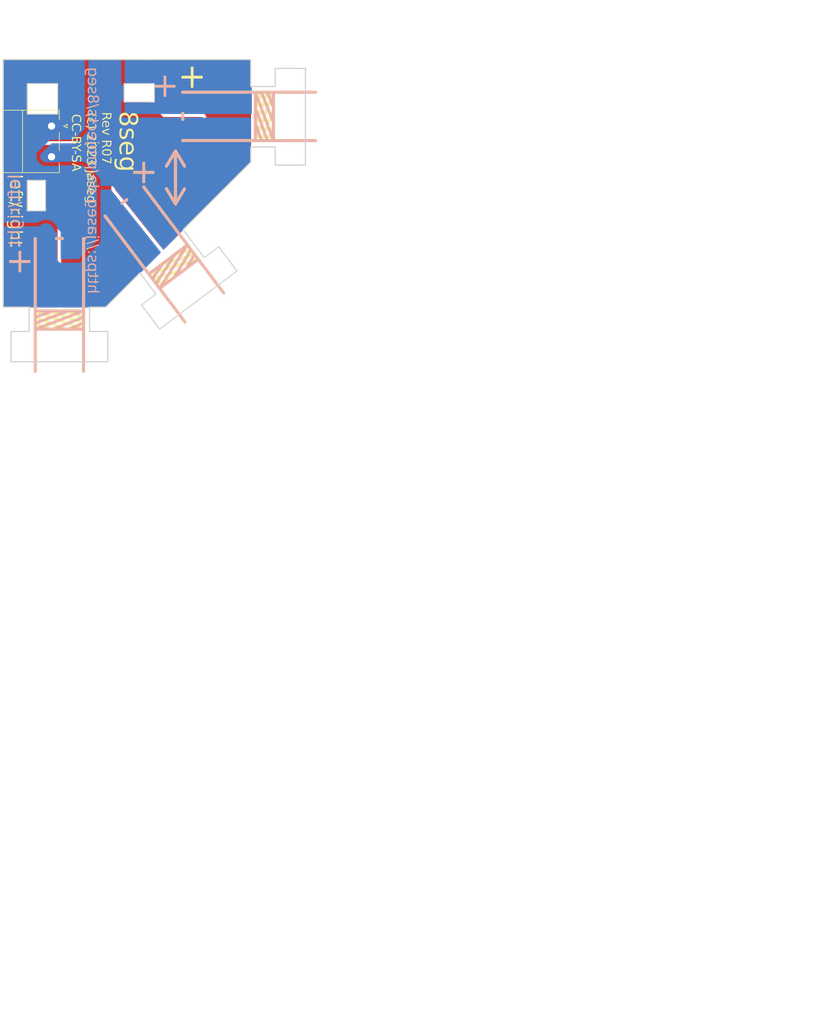
<source format=kicad_pcb>
(kicad_pcb (version 20230913) (generator pcbnew)

  (general
    (thickness 1.6)
  )

  (paper "A4")
  (layers
    (0 "F.Cu" signal)
    (31 "B.Cu" signal)
    (32 "B.Adhes" user "B.Adhesive")
    (33 "F.Adhes" user "F.Adhesive")
    (34 "B.Paste" user)
    (35 "F.Paste" user)
    (36 "B.SilkS" user "B.Silkscreen")
    (37 "F.SilkS" user "F.Silkscreen")
    (38 "B.Mask" user)
    (39 "F.Mask" user)
    (40 "Dwgs.User" user "User.Drawings")
    (41 "Cmts.User" user "User.Comments")
    (42 "Eco1.User" user "User.Eco1")
    (43 "Eco2.User" user "User.Eco2")
    (44 "Edge.Cuts" user)
    (45 "Margin" user)
    (46 "B.CrtYd" user "B.Courtyard")
    (47 "F.CrtYd" user "F.Courtyard")
    (48 "B.Fab" user)
    (49 "F.Fab" user)
  )

  (setup
    (pad_to_mask_clearance 0.051)
    (solder_mask_min_width 0.25)
    (pcbplotparams
      (layerselection 0x00010fc_ffffffff)
      (plot_on_all_layers_selection 0x0000000_00000000)
      (disableapertmacros false)
      (usegerberextensions false)
      (usegerberattributes false)
      (usegerberadvancedattributes false)
      (creategerberjobfile false)
      (dashed_line_dash_ratio 12.000000)
      (dashed_line_gap_ratio 3.000000)
      (svgprecision 4)
      (plotframeref false)
      (viasonmask false)
      (mode 1)
      (useauxorigin false)
      (hpglpennumber 1)
      (hpglpenspeed 20)
      (hpglpendiameter 15.000000)
      (pdf_front_fp_property_popups true)
      (pdf_back_fp_property_popups true)
      (dxfpolygonmode true)
      (dxfimperialunits true)
      (dxfusepcbnewfont true)
      (psnegative false)
      (psa4output false)
      (plotreference true)
      (plotvalue true)
      (plotfptext true)
      (plotinvisibletext false)
      (sketchpadsonfab false)
      (subtractmaskfromsilk false)
      (outputformat 1)
      (mirror false)
      (drillshape 0)
      (scaleselection 1)
      (outputdirectory "gerber")
    )
  )

  (property "board_date" "2023-11-04")
  (property "board_rev" "R07")

  (net 0 "")
  (net 1 "/A")
  (net 2 "/B")
  (net 3 "/C")
  (net 4 "/D")

  (footprint "footprints:led_tape_3528_2835" (layer "F.Cu") (at 154.3 64.6))

  (footprint "footprints:led_tape_3528_2835" (layer "F.Cu") (at 165.05 58.475 37))

  (footprint "Connectors_Phoenix:PhoenixContact_MC-G_02x5.08mm_Angled" (layer "F.Cu") (at 153 46 -90))

  (footprint "footprints:led_tape_3528_2835" (layer "F.Cu") (at 174.7 44.4 90))

  (footprint "footprints:led_tape_3528_2835" (layer "B.Cu") (at 154.3 64.6 180))

  (footprint "footprints:led_tape_3528_2835" (layer "B.Cu") (at 174.7 44.4 -90))

  (footprint "footprints:led_tape_3528_2835" (layer "B.Cu") (at 165.05 58.475 -143))

  (gr_line (start 173.5 58.875) (end 172 56.375)
    (stroke (width 0.5) (type default)) (layer "B.SilkS") (tstamp 0800979b-af7a-41c8-b73b-f6aba7491b8c))
  (gr_line (start 173.5 50.125) (end 173.5 58.875)
    (stroke (width 0.5) (type default)) (layer "B.SilkS") (tstamp 3929a19a-d140-4e7e-9f4d-ef81419e7560))
  (gr_line (start 173.5 50.125) (end 172 52.625)
    (stroke (width 0.5) (type default)) (layer "B.SilkS") (tstamp d76f5b0a-74fe-4d4f-9f71-3f8426374ab5))
  (gr_line (start 173.5 58.875) (end 175 56.375)
    (stroke (width 0.5) (type default)) (layer "B.SilkS") (tstamp e7c95500-c3dc-4339-9f49-a8c68126ff87))
  (gr_line (start 173.5 50.125) (end 175 52.625)
    (stroke (width 0.5) (type default)) (layer "B.SilkS") (tstamp e9a1eab4-00fd-4762-a623-6903328e65ba))
  (gr_line (start 172 52.625) (end 173.5 50.125)
    (stroke (width 0.5) (type default)) (layer "F.SilkS") (tstamp 0362599b-dd73-46f9-8bb1-8e69534f28a0))
  (gr_line (start 172 56.375) (end 173.5 58.875)
    (stroke (width 0.5) (type default)) (layer "F.SilkS") (tstamp 37a4e335-44f0-4814-9d2b-889ca676d7a3))
  (gr_line (start 175 52.625) (end 173.5 50.125)
    (stroke (width 0.5) (type default)) (layer "F.SilkS") (tstamp c94684b0-5c1d-484a-9727-a4be4516c465))
  (gr_line (start 175 56.375) (end 173.5 58.875)
    (stroke (width 0.5) (type default)) (layer "F.SilkS") (tstamp e0e2ac7e-58f3-4f06-b79a-047222fd7618))
  (gr_line (start 173.5 58.875) (end 173.5 50.125)
    (stroke (width 0.5) (type default)) (layer "F.SilkS") (tstamp e4c41ee6-c5fd-4320-bfd7-fb8a4b552209))
  (gr_line (start 159.294381 75.958126) (end 161.959331 75.958126)
    (stroke (width 0.2) (type solid)) (layer "Edge.Cuts") (tstamp 04f27e08-3af9-4544-81c8-0b93b0e8c237))
  (gr_line (start 194.988312 39.455444) (end 194.988312 36.455114)
    (stroke (width 0.2) (type solid)) (layer "Edge.Cuts") (tstamp 12afc588-924b-46b3-b232-460eb59a8df2))
  (gr_line (start 149.29395 75.958126) (end 149.29395 79.986826)
    (stroke (width 0.2) (type solid)) (layer "Edge.Cuts") (tstamp 18b9b2d0-b91f-4901-8e7a-8538ad4b46ab))
  (gr_line (start 181.260981 71.766655) (end 183.656702 69.961595)
    (stroke (width 0.2) (type solid)) (layer "Edge.Cuts") (tstamp 1ad56ed4-9975-4aa2-9a0a-06b6505a5751))
  (gr_line (start 146.29414 79.986816) (end 146.29414 84.987036)
    (stroke (width 0.2) (type solid)) (layer "Edge.Cuts") (tstamp 1ccd7835-00c4-4292-915b-044369730958))
  (gr_line (start 189.988102 36.455114) (end 189.988102 39.455454)
    (stroke (width 0.2) (type solid)) (layer "Edge.Cuts") (tstamp 1da76059-60d5-40c1-ba84-4ded80681187))
  (gr_line (start 194.988312 36.455114) (end 189.988102 36.455114)
    (stroke (width 0.2) (type solid)) (layer "Edge.Cuts") (tstamp 1e098432-623f-4d08-bd4a-0013bf572b47))
  (gr_line (start 152 60) (end 152 55)
    (stroke (width 0.15) (type solid)) (layer "Edge.Cuts") (tstamp 2113bb4f-06d1-49f5-bba8-948ab18121d7))
  (gr_line (start 149.29395 79.986826) (end 146.29414 79.986816)
    (stroke (width 0.2) (type solid)) (layer "Edge.Cuts") (tstamp 22c71fd8-07da-4f9f-b239-69a86077aeef))
  (gr_line (start 165 39) (end 165 42)
    (stroke (width 0.15) (type solid)) (layer "Edge.Cuts") (tstamp 26619146-b30d-48ba-9e05-b40451acc838))
  (gr_line (start 165 42) (end 170 42)
    (stroke (width 0.15) (type solid)) (layer "Edge.Cuts") (tstamp 331fca41-d8b0-49a5-9b22-1a06f7a6a917))
  (gr_line (start 162.294191 79.986826) (end 159.294381 79.986826)
    (stroke (width 0.2) (type solid)) (layer "Edge.Cuts") (tstamp 40764a0f-5809-41e9-9495-aa5477f1a65e))
  (gr_line (start 174.767321 63.149615) (end 185.959412 51.957535)
    (stroke (width 0.2) (type solid)) (layer "Edge.Cuts") (tstamp 47746f23-a5a0-4848-b521-de2527c46d2e))
  (gr_line (start 173.274391 77.784896) (end 181.260981 71.766655)
    (stroke (width 0.2) (type solid)) (layer "Edge.Cuts") (tstamp 58515725-a173-47fa-82d5-552057907fd2))
  (gr_line (start 149 60) (end 152 60)
    (stroke (width 0.15) (type solid)) (layer "Edge.Cuts") (tstamp 5d7348c8-0cd9-497c-b6da-519f5da2041f))
  (gr_line (start 194.988312 52.455175) (end 194.988312 49.455355)
    (stroke (width 0.2) (type solid)) (layer "Edge.Cuts") (tstamp 65d41cee-aec4-496d-b023-7ab37af1db9a))
  (gr_line (start 167.869041 75.596916) (end 170.878671 79.590466)
    (stroke (width 0.2) (type solid)) (layer "Edge.Cuts") (tstamp 6aa269fd-d9a3-4803-86ca-75de1d4d8dca))
  (gr_line (start 170.265271 73.791346) (end 167.869041 75.596916)
    (stroke (width 0.2) (type solid)) (layer "Edge.Cuts") (tstamp 6fed30cd-afb2-4408-be51-091f3a420d2c))
  (gr_line (start 159.294381 79.986826) (end 159.294381 75.958126)
    (stroke (width 0.2) (type solid)) (layer "Edge.Cuts") (tstamp 7031dd62-ddce-4d67-b3f6-93a427fefac1))
  (gr_line (start 185.959412 51.957535) (end 185.959412 49.455355)
    (stroke (width 0.2) (type solid)) (layer "Edge.Cuts") (tstamp 7533424c-dd6b-49da-8022-47a929569ea5))
  (gr_line (start 144.98827 34.986974) (end 144.98827 75.958126)
    (stroke (width 0.2) (type solid)) (layer "Edge.Cuts") (tstamp 7914f1c9-beba-473c-a813-9cfa09b6213e))
  (gr_line (start 154 44) (end 149 44)
    (stroke (width 0.15) (type solid)) (layer "Edge.Cuts") (tstamp 7d262d50-7102-422e-bac7-854ae9c8e873))
  (gr_line (start 189.988102 52.455175) (end 194.988312 52.455175)
    (stroke (width 0.2) (type solid)) (layer "Edge.Cuts") (tstamp 7f00ab2e-df25-428c-8f7c-69b2de795df0))
  (gr_line (start 149 55) (end 149 60)
    (stroke (width 0.15) (type solid)) (layer "Edge.Cuts") (tstamp 834d2623-ef92-47d0-a10c-461044bcd70a))
  (gr_line (start 167.626681 70.290255) (end 170.265271 73.791346)
    (stroke (width 0.2) (type solid)) (layer "Edge.Cuts") (tstamp 8d7406e6-83db-436b-99ed-656c435a33dc))
  (gr_line (start 185.959412 39.455454) (end 185.959412 34.986984)
    (stroke (width 0.2) (type solid)) (layer "Edge.Cuts") (tstamp 9341084a-19b3-4b55-a146-cfe891bd7a15))
  (gr_line (start 194.988312 49.455355) (end 194.988312 39.455444)
    (stroke (width 0.2) (type solid)) (layer "Edge.Cuts") (tstamp 93e707d8-0358-4ec1-a5ea-7a917610564c))
  (gr_line (start 170 42) (end 170 39)
    (stroke (width 0.15) (type solid)) (layer "Edge.Cuts") (tstamp 988f45ba-93c7-4714-ad17-a4f9397ffb6d))
  (gr_line (start 161.959331 75.958126) (end 167.626681 70.290255)
    (stroke (width 0.2) (type solid)) (layer "Edge.Cuts") (tstamp a500d838-bb9f-4ca9-aaab-f050af41bd71))
  (gr_line (start 178.251871 67.773615) (end 174.767321 63.149615)
    (stroke (width 0.2) (type solid)) (layer "Edge.Cuts") (tstamp a5f0effd-a413-48d8-a139-2a7e07fb9e6b))
  (gr_line (start 180.647581 65.968045) (end 178.251871 67.773615)
    (stroke (width 0.2) (type solid)) (layer "Edge.Cuts") (tstamp a66d4dcf-a1bb-4211-bf11-7e7bf8a79155))
  (gr_line (start 162.294191 84.987036) (end 162.294191 79.986826)
    (stroke (width 0.2) (type solid)) (layer "Edge.Cuts") (tstamp a6ede4f5-8998-4df6-8737-c037f46f3fbc))
  (gr_line (start 154 39) (end 154 44)
    (stroke (width 0.15) (type solid)) (layer "Edge.Cuts") (tstamp b694abbd-bd7b-4a25-95af-3447ee97ccf1))
  (gr_line (start 185.959412 49.455355) (end 189.988102 49.455355)
    (stroke (width 0.2) (type solid)) (layer "Edge.Cuts") (tstamp bdf0a0e6-936e-47d8-9c82-9253c0ae08b7))
  (gr_line (start 146.29414 84.987036) (end 162.294191 84.987036)
    (stroke (width 0.2) (type solid)) (layer "Edge.Cuts") (tstamp c3a068dd-1e61-4173-8e8d-c202357c12f3))
  (gr_line (start 149 44) (end 149 39)
    (stroke (width 0.15) (type solid)) (layer "Edge.Cuts") (tstamp c4af5219-284a-4e6c-a9af-d1ed344a95de))
  (gr_line (start 170 39) (end 165 39)
    (stroke (width 0.15) (type solid)) (layer "Edge.Cuts") (tstamp c7fd98e4-cf55-4cc2-9bb2-62452964eae0))
  (gr_line (start 170.878671 79.590466) (end 173.274391 77.784896)
    (stroke (width 0.2) (type solid)) (layer "Edge.Cuts") (tstamp ca2ad562-980d-47e6-8e4b-2b811850a160))
  (gr_line (start 189.988102 49.455355) (end 189.988102 52.455175)
    (stroke (width 0.2) (type solid)) (layer "Edge.Cuts") (tstamp d56ba436-0d6f-4dd2-b693-b7f490e1e95b))
  (gr_line (start 144.98827 75.958126) (end 149.29395 75.958126)
    (stroke (width 0.2) (type solid)) (layer "Edge.Cuts") (tstamp d7de2c89-7573-446b-bc41-2ba82e6cdc19))
  (gr_line (start 189.988102 39.455454) (end 185.959412 39.455454)
    (stroke (width 0.2) (type solid)) (layer "Edge.Cuts") (tstamp d8b58b50-6517-470b-91cd-2f04ca373de4))
  (gr_line (start 183.656702 69.961595) (end 180.647581 65.968045)
    (stroke (width 0.2) (type solid)) (layer "Edge.Cuts") (tstamp df370eaf-675f-44a8-a8a1-6d0b6f9609d2))
  (gr_line (start 185.959412 34.986984) (end 144.98827 34.986974)
    (stroke (width 0.2) (type solid)) (layer "Edge.Cuts") (tstamp f3af5a91-857c-44e4-91e1-d5b335d7a83d))
  (gr_line (start 149 39) (end 154 39)
    (stroke (width 0.15) (type solid)) (layer "Edge.Cuts") (tstamp f61ae1f2-f036-4e0a-8e1d-35c4b873c9ed))
  (gr_line (start 149 55) (end 152 55)
    (stroke (width 0.15) (type solid)) (layer "Edge.Cuts") (tstamp fe3df47c-ed4b-4499-a1a7-cabec5c1655e))
  (gr_text "left/right" (at 147 60 90) (layer "B.SilkS") (tstamp 21627b9e-b71a-4488-b735-d739ed4a6f6a)
    (effects (font (face "Inter Medium") (size 2 2) (thickness 0.3)) (justify mirror))
    (render_cache "left/right" 90
      (polygon
        (pts
          (xy 145.783733 54.670132)          (xy 147.83 54.670132)          (xy 147.83 54.371179)          (xy 145.783733 54.371179)
        )
      )
      (polygon
        (pts
          (xy 147.860774 55.728192)          (xy 147.860394 55.700106)          (xy 147.859255 55.672513)          (xy 147.857357 55.645411)
          (xy 147.854699 55.618802)          (xy 147.851281 55.592685)          (xy 147.847104 55.567061)          (xy 147.842168 55.541929)
          (xy 147.836472 55.517289)          (xy 147.830017 55.493141)          (xy 147.822802 55.469486)          (xy 147.814828 55.446323)
          (xy 147.806094 55.423652)          (xy 147.796601 55.401474)          (xy 147.786349 55.379788)          (xy 147.775337 55.358594)
          (xy 147.763565 55.337892)          (xy 147.751101 55.31779)          (xy 147.738012 55.298272)          (xy 147.724296 55.279337)
          (xy 147.709954 55.260986)          (xy 147.694987 55.24322)          (xy 147.679393 55.226037)          (xy 147.663174 55.209438)
          (xy 147.646329 55.193423)          (xy 147.628858 55.177991)          (xy 147.610761 55.163144)          (xy 147.592038 55.148881)
          (xy 147.57269 55.135201)          (xy 147.552715 55.122106)          (xy 147.532115 55.109594)          (xy 147.510889 55.097666)
          (xy 147.489036 55.086322)          (xy 147.466574 55.075616)          (xy 147.443638 55.0656)          (xy 147.420229 55.056275)
          (xy 147.396346 55.04764)          (xy 147.371991 55.039697)          (xy 147.347162 55.032444)          (xy 147.32186 55.025882)
          (xy 147.296085 55.02001)          (xy 147.269836 55.01483)          (xy 147.243114 55.01034)          (xy 147.21592 55.006541)
          (xy 147.188251 55.003432)          (xy 147.16011 55.001015)          (xy 147.131495 54.999288)          (xy 147.102408 54.998252)
          (xy 147.072847 54.997906)          (xy 147.043574 54.998252)          (xy 147.01474 54.999288)          (xy 146.986345 55.001015)
          (xy 146.958388 55.003432)          (xy 146.930871 55.006541)          (xy 146.903792 55.01034)          (xy 146.877153 55.01483)
          (xy 146.850952 55.02001)          (xy 146.82519 55.025882)          (xy 146.799867 55.032444)          (xy 146.774983 55.039697)
          (xy 146.750538 55.04764)          (xy 146.726531 55.056275)          (xy 146.702964 55.0656)          (xy 146.679835 55.075616)
          (xy 146.657145 55.086322)          (xy 146.634925 55.097651)          (xy 146.613327 55.109533)          (xy 146.59235 55.121968)
          (xy 146.571996 55.134957)          (xy 146.552264 55.148499)          (xy 146.533154 55.162595)          (xy 146.514666 55.177243)
          (xy 146.4968 55.192446)          (xy 146.479556 55.208201)          (xy 146.462934 55.22451)          (xy 146.446934 55.241372)
          (xy 146.431557 55.258788)          (xy 146.416801 55.276757)          (xy 146.402667 55.29528)          (xy 146.389156 55.314355)
          (xy 146.376266 55.333984)          (xy 146.364021 55.354161)          (xy 146.352567 55.374758)          (xy 146.341902 55.395774)
          (xy 146.332028 55.41721)          (xy 146.322943 55.439066)          (xy 146.314648 55.461342)          (xy 146.307143 55.484037)
          (xy 146.300429 55.507153)          (xy 146.294504 55.530688)          (xy 146.289369 55.554643)          (xy 146.285024 55.579017)
          (xy 146.281469 55.603812)          (xy 146.278704 55.629026)          (xy 146.276729 55.65466)          (xy 146.275545 55.680714)
          (xy 146.27515 55.707187)          (xy 146.275527 55.731478)          (xy 146.276661 55.755622)          (xy 146.27855 55.77962)
          (xy 146.281195 55.803473)          (xy 146.284595 55.827179)          (xy 146.288751 55.850739)          (xy 146.293662 55.874154)
          (xy 146.29933 55.897422)          (xy 146.305752 55.920545)          (xy 146.312931 55.943521)          (xy 146.318136 55.958758)
          (xy 146.32663 55.981432)          (xy 146.335991 56.00366)          (xy 146.346219 56.025442)          (xy 146.357314 56.046777)
          (xy 146.369277 56.067665)          (xy 146.382107 56.088107)          (xy 146.395804 56.108103)          (xy 146.410368 56.127652)
          (xy 146.4258 56.146754)          (xy 146.442099 56.16541)          (xy 146.453447 56.177599)          (xy 146.471147 56.195461)
          (xy 146.489808 56.212593)          (xy 146.509432 56.228995)          (xy 146.530017 56.244667)          (xy 146.551564 56.259609)
          (xy 146.574072 56.273821)          (xy 146.597542 56.287304)          (xy 146.621974 56.300056)          (xy 146.647368 56.312079)
          (xy 146.673723 56.323372)          (xy 146.691828 56.330495)          (xy 146.710329 56.337298)          (xy 146.729319 56.343661)
          (xy 146.748797 56.349586)          (xy 146.768764 56.355072)          (xy 146.78922 56.360119)          (xy 146.810163 56.364727)
          (xy 146.831596 56.368897)          (xy 146.853517 56.372627)          (xy 146.875926 56.375919)          (xy 146.898824 56.378771)
          (xy 146.92221 56.381185)          (xy 146.946085 56.38316)          (xy 146.970448 56.384696)          (xy 146.9953 56.385793)
          (xy 147.02064 56.386452)          (xy 147.046468 56.386671)          (xy 147.15247 56.386671)          (xy 147.15247 55.166922)
          (xy 146.928743 55.166922)          (xy 146.928743 56.094068)          (xy 146.906902 56.093647)          (xy 146.885524 56.092385)
          (xy 146.86461 56.090281)          (xy 146.844159 56.087336)          (xy 146.824172 56.08355)          (xy 146.804649 56.078921)
          (xy 146.785589 56.073452)          (xy 146.766994 56.06714)          (xy 146.74292 56.057416)          (xy 146.719672 56.046197)
          (xy 146.697323 56.033626)          (xy 146.676196 56.019849)          (xy 146.65629 56.004866)          (xy 146.637606 55.988677)
          (xy 146.620143 55.971283)          (xy 146.6039 55.952682)          (xy 146.588879 55.932876)          (xy 146.57508 55.911863)
          (xy 146.5626 55.889782)          (xy 146.551785 55.86677)          (xy 146.542634 55.842826)          (xy 146.535146 55.817952)
          (xy 146.530622 55.798685)          (xy 146.527035 55.778894)          (xy 146.524383 55.758579)          (xy 146.522667 55.737741)
          (xy 146.521887 55.716379)          (xy 146.521835 55.709141)          (xy 146.522376 55.685882)          (xy 146.523999 55.66318)
          (xy 146.526703 55.641036)          (xy 146.53049 55.619451)          (xy 146.535359 55.598424)          (xy 146.541309 55.577954)
          (xy 146.548342 55.558043)          (xy 146.556456 55.53869)          (xy 146.565653 55.519896)          (xy 146.575931 55.501659)
          (xy 146.583384 55.489811)          (xy 146.595251 55.472695)          (xy 146.60777 55.456335)          (xy 146.620942 55.44073)
          (xy 146.634767 55.425881)          (xy 146.649244 55.411787)          (xy 146.664373 55.398449)          (xy 146.680156 55.385867)
          (xy 146.696591 55.37404)          (xy 146.713678 55.362969)          (xy 146.731418 55.352654)          (xy 146.743607 55.346197)
          (xy 146.762163 55.337205)          (xy 146.781011 55.329098)          (xy 146.80015 55.321875)          (xy 146.819582 55.315536)
          (xy 146.839306 55.310082)          (xy 146.859321 55.305513)          (xy 146.879629 55.301828)          (xy 146.900228 55.299027)
          (xy 146.921119 55.297111)          (xy 146.942303 55.296079)          (xy 146.956587 55.295883)          (xy 147.131465 55.295883)
          (xy 147.159913 55.296359)          (xy 147.187553 55.297789)          (xy 147.214386 55.300172)          (xy 147.240413 55.303507)
          (xy 147.265632 55.307797)          (xy 147.290043 55.313039)          (xy 147.313648 55.319234)          (xy 147.336446 55.326382)
          (xy 147.358436 55.334484)          (xy 147.37962 55.343539)          (xy 147.393293 55.350104)          (xy 147.413084 55.36074)
          (xy 147.431973 55.372132)          (xy 147.449961 55.384279)          (xy 147.467047 55.397182)          (xy 147.483231 55.410841)
          (xy 147.498514 55.425255)          (xy 147.512895 55.440425)          (xy 147.526375 55.45635)          (xy 147.538953 55.473031)
          (xy 147.55063 55.490468)          (xy 147.557913 55.502512)          (xy 147.567952 55.521122)          (xy 147.577004 55.540316)
          (xy 147.585068 55.560094)          (xy 147.592145 55.580456)          (xy 147.598235 55.601402)          (xy 147.603336 55.622931)
          (xy 147.607451 55.645045)          (xy 147.610578 55.667742)          (xy 147.612717 55.691024)          (xy 147.613869 55.714889)
          (xy 147.614089 55.731123)          (xy 147.613707 55.752136)          (xy 147.612562 55.772675)          (xy 147.610654 55.792741)
          (xy 147.607983 55.812334)          (xy 147.60357 55.83616)          (xy 147.597965 55.859246)          (xy 147.591167 55.881593)
          (xy 147.589665 55.885973)          (xy 147.581436 55.907478)          (xy 147.572014 55.928029)          (xy 147.5614 55.947625)
          (xy 147.549593 55.966268)          (xy 147.536594 55.983957)          (xy 147.522402 56.000691)          (xy 147.516392 56.007118)
          (xy 147.500425 56.022409)          (xy 147.483362 56.036532)          (xy 147.465201 56.049486)          (xy 147.445943 56.061271)
          (xy 147.425588 56.071887)          (xy 147.404135 56.081335)          (xy 147.395247 56.084787)          (xy 147.446538 56.36762)
          (xy 147.469623 56.360828)          (xy 147.492168 56.353092)          (xy 147.514171 56.34441)          (xy 147.535633 56.334785)
          (xy 147.556555 56.324215)          (xy 147.576935 56.3127)          (xy 147.596775 56.300241)          (xy 147.616073 56.286837)
          (xy 147.634831 56.272489)          (xy 147.653047 56.257196)          (xy 147.664891 56.246476)          (xy 147.682016 56.229695)
          (xy 147.698402 56.21214)          (xy 147.71405 56.193814)          (xy 147.728959 56.174714)          (xy 147.74313 56.154842)
          (xy 147.756563 56.134197)          (xy 147.769256 56.112779)          (xy 147.781212 56.090588)          (xy 147.792429 56.067624)
          (xy 147.802908 56.043888)          (xy 147.809483 56.027634)          (xy 147.818649 56.002674)          (xy 147.826914 55.97707)
          (xy 147.834277 55.950822)          (xy 147.840739 55.92393)          (xy 147.846298 55.896394)          (xy 147.850957 55.868214)
          (xy 147.854713 55.83939)          (xy 147.856717 55.819816)          (xy 147.85832 55.799956)          (xy 147.859522 55.77981)
          (xy 147.860323 55.759378)          (xy 147.860724 55.738659)
        )
      )
      (polygon
        (pts
          (xy 146.295177 57.440335)          (xy 146.535024 57.440335)          (xy 146.535024 56.573273)          (xy 146.295177 56.573273)
        )
      )
      (polygon
        (pts
          (xy 147.83 56.811165)          (xy 146.117369 56.811165)          (xy 146.090866 56.811715)          (xy 146.065213 56.813363)
          (xy 146.040411 56.816111)          (xy 146.016458 56.819958)          (xy 145.993356 56.824904)          (xy 145.971103 56.830949)
          (xy 145.949701 56.838093)          (xy 145.929149 56.846336)          (xy 145.909447 56.855678)          (xy 145.890595 56.86612)
          (xy 145.878499 56.873691)          (xy 145.860972 56.885867)          (xy 145.844296 56.898764)          (xy 145.828469 56.912383)
          (xy 145.813492 56.926723)          (xy 145.799366 56.941784)          (xy 145.786089 56.957566)          (xy 145.773663 56.974069)
          (xy 145.762087 56.991294)          (xy 145.751361 57.00924)          (xy 145.741485 57.027908)          (xy 145.735373 57.040753)
          (xy 145.726905 57.060417)          (xy 145.71927 57.080389)          (xy 145.712468 57.100671)          (xy 145.706499 57.121262)
          (xy 145.701363 57.142162)          (xy 145.697059 57.163371)          (xy 145.693589 57.184889)          (xy 145.690951 57.206716)
          (xy 145.689147 57.228853)          (xy 145.688175 57.251298)          (xy 145.68799 57.266434)          (xy 145.688219 57.288607)
          (xy 145.688906 57.30994)          (xy 145.690051 57.330433)          (xy 145.691653 57.350087)          (xy 145.694301 57.373474)
          (xy 145.697664 57.395549)          (xy 145.701743 57.416312)          (xy 145.702644 57.420307)          (xy 145.707012 57.439505)
          (xy 145.712095 57.460434)          (xy 145.717808 57.481942)          (xy 145.724052 57.502687)          (xy 145.728534 57.515562)
          (xy 145.970334 57.445708)          (xy 145.965169 57.426626)          (xy 145.960168 57.407331)          (xy 145.956168 57.391486)
          (xy 145.951918 57.371956)          (xy 145.949059 57.350184)          (xy 145.947685 57.32895)          (xy 145.947376 57.311863)
          (xy 145.947852 57.291983)          (xy 145.94997 57.267174)          (xy 145.953783 57.244303)          (xy 145.95929 57.22337)
          (xy 145.966491 57.204377)          (xy 145.977875 57.183361)          (xy 145.991907 57.165374)          (xy 146.001598 57.156036)
          (xy 146.01957 57.142667)          (xy 146.039904 57.131564)          (xy 146.062599 57.122727)          (xy 146.082455 57.117289)
          (xy 146.103822 57.113301)          (xy 146.126701 57.110763)          (xy 146.151091 57.109675)          (xy 146.157424 57.10963)
          (xy 147.83 57.10963)
        )
      )
      (polygon
        (pts
          (xy 146.295177 58.458339)          (xy 146.535024 58.458339)          (xy 146.535024 57.620097)          (xy 146.295177 57.620097)
        )
      )
      (polygon
        (pts
          (xy 145.927348 57.844801)          (xy 145.927348 58.143266)          (xy 147.379127 58.143266)          (xy 147.400186 58.14367)
          (xy 147.419885 58.144884)          (xy 147.442599 58.147538)          (xy 147.463191 58.151457)          (xy 147.485098 58.157829)
          (xy 147.503949 58.16602)          (xy 147.509553 58.169155)          (xy 147.527241 58.18142)          (xy 147.542264 58.195135)
          (xy 147.554623 58.210298)          (xy 147.565484 58.229403)          (xy 147.56866 58.237055)          (xy 147.575498 58.258274)
          (xy 147.57988 58.277591)          (xy 147.582765 58.29761)          (xy 147.584154 58.31833)          (xy 147.584291 58.327425)
          (xy 147.583814 58.348853)          (xy 147.582383 58.368564)          (xy 147.579707 58.388263)          (xy 147.579406 58.389951)
          (xy 147.575444 58.410162)          (xy 147.571673 58.429503)          (xy 147.571102 58.432449)          (xy 147.817787 58.486183)
          (xy 147.82484 58.465728)          (xy 147.83061 58.445043)          (xy 147.835739 58.423672)          (xy 147.838304 58.411933)
          (xy 147.842538 58.389844)          (xy 147.845423 58.369087)          (xy 147.847621 58.346647)          (xy 147.848928 58.326662)
          (xy 147.849758 58.305507)          (xy 147.850027 58.292254)          (xy 147.84999 58.270318)          (xy 147.849146 58.248656)
          (xy 147.847494 58.22727)          (xy 147.845036 58.206158)          (xy 147.84177 58.185321)          (xy 147.837697 58.164759)
          (xy 147.832817 58.144472)          (xy 147.82713 58.124459)          (xy 147.820635 58.104721)          (xy 147.813334 58.085258)
          (xy 147.808018 58.072435)          (xy 147.799354 58.053723)          (xy 147.789848 58.03569)          (xy 147.779501 58.018335)
          (xy 147.768313 58.001658)          (xy 147.756283 57.98566)          (xy 147.743412 57.97034)          (xy 147.729699 57.955698)
          (xy 147.715144 57.941735)          (xy 147.699748 57.92845)          (xy 147.683511 57.915843)          (xy 147.672219 57.907816)
          (xy 147.654583 57.896554)          (xy 147.636115 57.8864)          (xy 147.616813 57.877354)          (xy 147.596679 57.869416)
          (xy 147.575712 57.862585)          (xy 147.553912 57.856862)          (xy 147.531279 57.852247)          (xy 147.507813 57.848739)
          (xy 147.483514 57.846339)          (xy 147.458382 57.845047)          (xy 147.441165 57.844801)
        )
      )
      (polygon
        (pts
          (xy 145.68799 59.560851)          (xy 148.137745 58.901395)          (xy 148.137745 58.634194)          (xy 145.68799 59.293649)
        )
      )
      (polygon
        (pts
          (xy 147.83 59.809002)          (xy 146.295177 59.809002)          (xy 146.295177 60.097697)          (xy 146.538932 60.097697)
          (xy 146.538932 60.113817)          (xy 146.516219 60.12226)          (xy 146.494424 60.131837)          (xy 146.473549 60.142548)
          (xy 146.453592 60.154392)          (xy 146.434554 60.167369)          (xy 146.416434 60.18148)          (xy 146.399234 60.196724)
          (xy 146.382952 60.213102)          (xy 146.367589 60.230613)          (xy 146.353145 60.249257)          (xy 146.344026 60.262317)
          (xy 146.331193 60.282532)          (xy 146.319623 60.303246)          (xy 146.309314 60.324458)          (xy 146.300268 60.346168)
          (xy 146.292485 60.368376)          (xy 146.285963 60.391082)          (xy 146.280704 60.414286)          (xy 146.276707 60.437988)
          (xy 146.273972 60.462188)          (xy 146.272499 60.486886)          (xy 146.272219 60.503629)          (xy 146.27245 60.524041)
          (xy 146.27306 60.544802)          (xy 146.273936 60.565281)          (xy 146.274173 60.570063)          (xy 146.275349 60.590456)
          (xy 146.276837 60.610033)          (xy 146.279057 60.630635)          (xy 146.564822 60.630635)          (xy 146.560611 60.611354)
          (xy 146.557043 60.590269)          (xy 146.553982 60.569486)          (xy 146.553586 60.566643)          (xy 146.551112 60.546531)
          (xy 146.549245 60.526372)          (xy 146.547986 60.506166)          (xy 146.547335 60.485913)          (xy 146.547236 60.474319)
          (xy 146.547627 60.454738)          (xy 146.549363 60.429256)          (xy 146.552489 60.404492)          (xy 146.557003 60.380446)
          (xy 146.562907 60.357117)          (xy 146.5702 60.334505)          (xy 146.578882 60.312611)          (xy 146.588953 60.291434)
          (xy 146.591688 60.286252)          (xy 146.603336 60.266156)          (xy 146.616051 60.247143)          (xy 146.629836 60.229214)
          (xy 146.644689 60.212369)          (xy 146.660611 60.196608)          (xy 146.677601 60.18193)          (xy 146.695659 60.168337)
          (xy 146.714787 60.155827)          (xy 146.734662 60.144607)          (xy 146.755209 60.134883)          (xy 146.776427 60.126655)
          (xy 146.798318 60.119923)          (xy 146.82088 60.114687)          (xy 146.844113 60.110947)          (xy 146.868019 60.108703)
          (xy 146.892595 60.107955)          (xy 147.83 60.107955)
        )
      )
      (polygon
        (pts
          (xy 147.83 60.88367)          (xy 146.295177 60.88367)          (xy 146.295177 61.182624)          (xy 147.83 61.182624)
        )
      )
      (polygon
        (pts
          (xy 146.058262 61.034612)          (xy 146.056986 61.010737)          (xy 146.053158 60.987958)          (xy 146.046777 60.966277)
          (xy 146.037845 60.945693)          (xy 146.02636 60.926206)          (xy 146.012323 60.907816)          (xy 146.005994 60.900767)
          (xy 145.989147 60.884865)          (xy 145.971275 60.871659)          (xy 145.952377 60.861147)          (xy 145.932454 60.853331)
          (xy 145.911505 60.84821)          (xy 145.88953 60.845784)          (xy 145.880453 60.845569)          (xy 145.857927 60.846916)
          (xy 145.836451 60.850959)          (xy 145.816025 60.857697)          (xy 145.796647 60.867131)          (xy 145.77832 60.879259)
          (xy 145.761041 60.894083)          (xy 145.754424 60.900767)          (xy 145.739225 60.918718)          (xy 145.726603 60.937766)
          (xy 145.716557 60.957912)          (xy 145.709086 60.979154)          (xy 145.704192 61.001494)          (xy 145.701873 61.024931)
          (xy 145.701667 61.034612)          (xy 145.702955 61.058476)          (xy 145.706819 61.081219)          (xy 145.713259 61.102841)
          (xy 145.722275 61.123341)          (xy 145.733867 61.142721)          (xy 145.748035 61.16098)          (xy 145.754424 61.167969)
          (xy 145.771282 61.184012)          (xy 145.78919 61.197335)          (xy 145.808148 61.20794)          (xy 145.828155 61.215825)
          (xy 145.849211 61.220992)          (xy 145.871317 61.223439)          (xy 145.880453 61.223656)          (xy 145.902838 61.222297)
          (xy 145.924197 61.218218)          (xy 145.944531 61.21142)          (xy 145.963839 61.201904)          (xy 145.982122 61.189668)
          (xy 145.999378 61.174712)          (xy 146.005994 61.167969)          (xy 146.021052 61.150159)          (xy 146.033557 61.131228)
          (xy 146.04351 61.111175)          (xy 146.050912 61.090002)          (xy 146.055761 61.067708)          (xy 146.058058 61.044293)
        )
      )
      (polygon
        (pts
          (xy 147.087017 61.512682)          (xy 147.116704 61.513672)          (xy 147.145788 61.515322)          (xy 147.174269 61.517633)
          (xy 147.202147 61.520604)          (xy 147.229422 61.524235)          (xy 147.256094 61.528527)          (xy 147.282163 61.533478)
          (xy 147.307629 61.53909)          (xy 147.332492 61.545362)          (xy 147.356752 61.552295)          (xy 147.380409 61.559887)
          (xy 147.403464 61.56814)          (xy 147.425915 61.577053)          (xy 147.447763 61.586626)          (xy 147.469009 61.59686)
          (xy 147.489573 61.60766)          (xy 147.509499 61.618933)          (xy 147.528789 61.63068)          (xy 147.547441 61.642899)
          (xy 147.565456 61.655592)          (xy 147.582833 61.668758)          (xy 147.599574 61.682398)          (xy 147.615676 61.696511)
          (xy 147.631142 61.711096)          (xy 147.64597 61.726156)          (xy 147.660161 61.741688)          (xy 147.673715 61.757693)
          (xy 147.686631 61.774172)          (xy 147.69891 61.791124)          (xy 147.710551 61.808549)          (xy 147.721556 61.826448)
          (xy 147.731907 61.844785)          (xy 147.741591 61.863405)          (xy 147.750607 61.882307)          (xy 147.758955 61.901491)
          (xy 147.766636 61.920958)          (xy 147.773648 61.940708)          (xy 147.779993 61.960739)          (xy 147.785669 61.981054)
          (xy 147.790678 62.00165)          (xy 147.795019 62.022529)          (xy 147.798693 62.04369)          (xy 147.801698 62.065134)
          (xy 147.804035 62.08686)          (xy 147.805705 62.108869)          (xy 147.806707 62.13116)          (xy 147.807041 62.153733)
          (xy 147.806654 62.179735)          (xy 147.805495 62.204801)          (xy 147.803563 62.228931)          (xy 147.800858 62.252125)
          (xy 147.797381 62.274383)          (xy 147.79313 62.295705)          (xy 147.788107 62.316091)          (xy 147.782311 62.335541)
          (xy 147.773381 62.360019)          (xy 147.763077 62.382833)          (xy 147.751834 62.404227)          (xy 147.740088 62.424446)
          (xy 147.727837 62.443489)          (xy 147.715083 62.461357)          (xy 147.701825 62.47805)          (xy 147.688064 62.493567)
          (xy 147.673799 62.507908)          (xy 147.65903 62.521074)          (xy 147.640528 62.536237)          (xy 147.622574 62.550279)
          (xy 147.60517 62.563199)          (xy 147.588314 62.574999)          (xy 147.56881 62.587678)          (xy 147.550097 62.598744)
          (xy 147.550097 62.617306)          (xy 147.851981 62.617306)          (xy 147.874072 62.616873)          (xy 147.895403 62.615574)
          (xy 147.915975 62.613408)          (xy 147.935787 62.610376)          (xy 147.964082 62.604203)          (xy 147.990667 62.596082)
          (xy 148.015544 62.586011)          (xy 148.038713 62.573991)          (xy 148.060172 62.560022)          (xy 148.079923 62.544104)
          (xy 148.097965 62.526236)          (xy 148.114298 62.50642)          (xy 148.129051 62.485114)          (xy 148.142354 62.462777)
          (xy 148.154205 62.43941)          (xy 148.164605 62.415012)          (xy 148.173553 62.389584)          (xy 148.181051 62.363126)
          (xy 148.187097 62.335637)          (xy 148.191693 62.307118)          (xy 148.19395 62.287532)          (xy 148.195562 62.267489)
          (xy 148.19653 62.246988)          (xy 148.196852 62.226029)          (xy 148.196818 62.218319)          (xy 148.196303 62.19572)
          (xy 148.195169 62.17392)          (xy 148.193418 62.152918)          (xy 148.191048 62.132715)          (xy 148.18806 62.113311)
          (xy 148.183114 62.088681)          (xy 148.177069 62.06547)          (xy 148.169924 62.043679)          (xy 148.161681 62.023308)
          (xy 148.152774 62.004279)          (xy 148.143394 61.986274)          (xy 148.13354 61.969292)          (xy 148.120557 61.949502)
          (xy 148.106835 61.93131)          (xy 148.092374 61.914716)          (xy 148.077173 61.899721)          (xy 148.06797 61.891362)
          (xy 148.052841 61.878136)          (xy 148.035032 61.86343)          (xy 148.017601 61.849994)          (xy 148.000548 61.83783)
          (xy 147.983872 61.826936)          (xy 148.089874 61.570481)          (xy 148.107326 61.57854)          (xy 148.130182 61.59042)
          (xy 148.152565 61.603598)          (xy 148.169041 61.614332)          (xy 148.185251 61.625797)          (xy 148.201195 61.637992)
          (xy 148.216873 61.650916)          (xy 148.232285 61.66457)          (xy 148.24743 61.678954)          (xy 148.262309 61.694068)
          (xy 148.272079 61.704637)          (xy 148.286276 61.7212)          (xy 148.299923 61.738612)          (xy 148.31302 61.756874)
          (xy 148.325568 61.775987)          (xy 148.337567 61.795949)          (xy 148.349016 61.816762)          (xy 148.359915 61.838425)
          (xy 148.370265 61.860938)          (xy 148.380065 61.8843)          (xy 148.389316 61.908513)          (xy 148.395172 61.925139)
          (xy 148.403247 61.950829)          (xy 148.410473 61.97742)          (xy 148.416849 62.004913)          (xy 148.422374 62.033308)
          (xy 148.425586 62.052739)          (xy 148.428419 62.07257)          (xy 148.430875 62.092802)          (xy 148.432953 62.113435)
          (xy 148.434653 62.134469)          (xy 148.435976 62.155903)          (xy 148.43692 62.177738)          (xy 148.437487 62.199973)
          (xy 148.437676 62.22261)          (xy 148.437437 62.24694)          (xy 148.436722 62.270962)          (xy 148.435529 62.294675)
          (xy 148.433859 62.318078)          (xy 148.431713 62.341172)          (xy 148.429089 62.363958)          (xy 148.425988 62.386434)
          (xy 148.422411 62.408601)          (xy 148.418356 62.430458)          (xy 148.413824 62.452007)          (xy 148.408815 62.473247)
          (xy 148.403329 62.494177)          (xy 148.397366 62.514799)          (xy 148.390926 62.535111)          (xy 148.384009 62.555114)
          (xy 148.376615 62.574808)          (xy 148.368725 62.594155)          (xy 148.360319 62.612994)          (xy 148.351399 62.631325)
          (xy 148.341963 62.649149)          (xy 148.332012 62.666466)          (xy 148.321546 62.683275)          (xy 148.310564 62.699576)
          (xy 148.293126 62.723076)          (xy 148.274529 62.745434)          (xy 148.254773 62.766651)          (xy 148.233857 62.786725)
          (xy 148.211782 62.805657)          (xy 148.188548 62.823447)          (xy 148.172455 62.834568)          (xy 148.155804 62.844971)
          (xy 148.138597 62.854657)          (xy 148.120832 62.863625)          (xy 148.10251 62.871876)          (xy 148.08363 62.879409)
          (xy 148.064194 62.886225)          (xy 148.0442 62.892324)          (xy 148.02365 62.897705)          (xy 148.002542 62.902368)
          (xy 147.980877 62.906314)          (xy 147.958654 62.909543)          (xy 147.935875 62.912054)          (xy 147.912538 62.913847)
          (xy 147.888644 62.914924)          (xy 147.864193 62.915282)          (xy 146.295177 62.915282)          (xy 146.295177 62.622679)
          (xy 146.543817 62.622679)          (xy 146.543817 62.600698)          (xy 146.52535 62.589667)          (xy 146.505852 62.57709)
          (xy 146.488817 62.565429)          (xy 146.471067 62.552694)          (xy 146.452601 62.538887)          (xy 146.433419 62.524005)
          (xy 146.417909 62.511068)          (xy 146.402889 62.496925)          (xy 146.388356 62.481576)          (xy 146.374312 62.465021)
          (xy 146.360757 62.44726)          (xy 146.34769 62.428293)          (xy 146.335111 62.40812)          (xy 146.323021 62.386741)
          (xy 146.320076 62.381192)          (xy 146.30923 62.357916)          (xy 146.302077 62.339327)          (xy 146.295766 62.319768)
          (xy 146.290296 62.299239)          (xy 146.285668 62.277739)          (xy 146.281881 62.25527)          (xy 146.278936 62.231829)
          (xy 146.277889 62.219679)          (xy 146.529162 62.219679)          (xy 146.529422 62.235879)          (xy 146.530784 62.259564)
          (xy 146.533314 62.28251)          (xy 146.537012 62.304718)          (xy 146.541878 62.326188)          (xy 146.547912 62.346919)
          (xy 146.555113 62.366911)          (xy 146.563482 62.386166)          (xy 146.573019 62.404681)          (xy 146.583724 62.422459)
          (xy 146.595596 62.439497)          (xy 146.604103 62.450442)          (xy 146.617621 62.46623)          (xy 146.632049 62.481263)
          (xy 146.647388 62.49554)          (xy 146.663637 62.509061)          (xy 146.680796 62.521826)          (xy 146.698865 62.533836)
          (xy 146.717844 62.54509)          (xy 146.737734 62.555589)          (xy 146.758534 62.565332)          (xy 146.780244 62.574319)
          (xy 146.795104 62.579939)          (xy 146.817939 62.587688)          (xy 146.841427 62.594622)          (xy 146.865567 62.60074)
          (xy 146.890359 62.606042)          (xy 146.915804 62.610529)          (xy 146.941902 62.6142)          (xy 146.968652 62.617055)
          (xy 146.996055 62.619094)          (xy 147.024111 62.620318)          (xy 147.052819 62.620726)          (xy 147.072486 62.620542)
          (xy 147.101321 62.619581)          (xy 147.129358 62.617795)          (xy 147.156597 62.615184)          (xy 147.183036 62.61175)
          (xy 147.208678 62.607491)          (xy 147.23352 62.602407)          (xy 147.257564 62.5965)          (xy 147.28081 62.589768)
          (xy 147.303257 62.582211)          (xy 147.324905 62.573831)          (xy 147.338865 62.567862)          (xy 147.359033 62.558279)
          (xy 147.378272 62.547941)          (xy 147.396585 62.536847)          (xy 147.41397 62.524998)          (xy 147.430428 62.512392)
          (xy 147.445958 62.499032)          (xy 147.460561 62.484915)          (xy 147.474237 62.470043)          (xy 147.486985 62.454415)
          (xy 147.498806 62.438032)          (xy 147.506141 62.426703)          (xy 147.516256 62.409131)          (xy 147.525307 62.390862)
          (xy 147.533292 62.371899)          (xy 147.540213 62.35224)          (xy 147.546069 62.331885)          (xy 147.55086 62.310835)
          (xy 147.554587 62.289089)          (xy 147.557249 62.266648)          (xy 147.558846 62.243511)          (xy 147.559378 62.219679)
          (xy 147.559128 62.203236)          (xy 147.557816 62.179195)          (xy 147.555379 62.155901)          (xy 147.551817 62.133354)
          (xy 147.54713 62.111554)          (xy 147.541318 62.090501)          (xy 147.534382 62.070195)          (xy 147.52632 62.050636)
          (xy 147.517134 62.031824)          (xy 147.506823 62.013759)          (xy 147.495387 61.996441)          (xy 147.487193 61.985318)
          (xy 147.474173 61.969285)          (xy 147.460277 61.954034)          (xy 147.445505 61.939564)          (xy 147.429857 61.925876)
          (xy 147.413334 61.912968)          (xy 147.395934 61.900843)          (xy 147.377659 61.889498)          (xy 147.358508 61.878935)
          (xy 147.338481 61.869154)          (xy 147.317578 61.860153)          (xy 147.303149 61.854593)          (xy 147.280975 61.846925)
          (xy 147.258166 61.840064)          (xy 147.234721 61.834011)          (xy 147.210642 61.828764)          (xy 147.185926 61.824325)
          (xy 147.160576 61.820693)          (xy 147.13459 61.817868)          (xy 147.107968 61.81585)          (xy 147.080711 61.814639)
          (xy 147.052819 61.814236)          (xy 147.03455 61.814413)          (xy 147.007562 61.815345)          (xy 146.981072 61.817075)
          (xy 146.955081 61.819604)          (xy 146.929587 61.822931)          (xy 146.904591 61.827057)          (xy 146.880093 61.831981)
          (xy 146.856094 61.837704)          (xy 146.832592 61.844226)          (xy 146.809588 61.851546)          (xy 146.787083 61.859665)
          (xy 146.772378 61.865517)          (xy 146.751052 61.874947)          (xy 146.730601 61.885158)          (xy 146.711027 61.89615)
          (xy 146.692328 61.907924)          (xy 146.674505 61.920479)          (xy 146.657558 61.933815)          (xy 146.641486 61.947933)
          (xy 146.626291 61.962833)          (xy 146.611971 61.978513)          (xy 146.598527 61.994975)          (xy 146.590127 62.006386)
          (xy 146.578544 62.02416)          (xy 146.56818 62.042725)          (xy 146.559035 62.062079)          (xy 146.55111 62.082223)
          (xy 146.544403 62.103158)          (xy 146.538917 62.124882)          (xy 146.534649 62.147396)          (xy 146.531601 62.1707)
          (xy 146.529772 62.194795)          (xy 146.529162 62.219679)          (xy 146.277889 62.219679)          (xy 146.276833 62.207419)
          (xy 146.27557 62.182038)          (xy 146.27515 62.155687)          (xy 146.275516 62.132757)          (xy 146.276615 62.110128)
          (xy 146.278447 62.087801)          (xy 146.281011 62.065775)          (xy 146.284309 62.044051)          (xy 146.288339 62.022628)
          (xy 146.293101 62.001507)          (xy 146.298597 61.980687)          (xy 146.304825 61.960169)          (xy 146.311786 61.939952)
          (xy 146.31948 61.920037)          (xy 146.327906 61.900423)          (xy 146.337065 61.88111)          (xy 146.346957 61.8621)
          (xy 146.357581 61.84339)          (xy 146.368939 61.824982)          (xy 146.38092 61.807029)          (xy 146.393539 61.789559)
          (xy 146.406795 61.772575)          (xy 146.420688 61.756075)          (xy 146.435218 61.74006)          (xy 146.450386 61.72453)
          (xy 146.466191 61.709484)          (xy 146.482634 61.694923)          (xy 146.499714 61.680847)          (xy 146.517431 61.667255)
          (xy 146.535785 61.654148)          (xy 146.554777 61.641525)          (xy 146.574406 61.629388)          (xy 146.594673 61.617735)
          (xy 146.615576 61.606566)          (xy 146.637117 61.595883)          (xy 146.65925 61.585767)          (xy 146.681928 61.576305)
          (xy 146.705152 61.567495)          (xy 146.728922 61.559338)          (xy 146.753238 61.551833)          (xy 146.778099 61.544981)
          (xy 146.803506 61.538781)          (xy 146.829459 61.533234)          (xy 146.855957 61.52834)          (xy 146.883001 61.524098)
          (xy 146.910591 61.520509)          (xy 146.938727 61.517572)          (xy 146.967408 61.515288)          (xy 146.996635 61.513657)
          (xy 147.026408 61.512678)          (xy 147.056727 61.512351)
        )
      )
      (polygon
        (pts
          (xy 146.918974 63.605513)          (xy 147.83 63.605513)          (xy 147.83 63.306559)          (xy 145.783733 63.306559)
          (xy 145.783733 63.601605)          (xy 146.545282 63.601605)          (xy 146.545282 63.620167)          (xy 146.522469 63.630832)
          (xy 146.500557 63.642493)          (xy 146.479547 63.655149)          (xy 146.459438 63.668802)          (xy 146.440231 63.683451)
          (xy 146.421926 63.699096)          (xy 146.404522 63.715737)          (xy 146.38802 63.733374)          (xy 146.37242 63.752007)
          (xy 146.357721 63.771636)          (xy 146.348422 63.785275)          (xy 146.335328 63.806663)          (xy 146.323521 63.829245)
          (xy 146.313002 63.85302)          (xy 146.303772 63.877988)          (xy 146.295829 63.904151)          (xy 146.289174 63.931506)
          (xy 146.283808 63.960056)          (xy 146.280946 63.979751)          (xy 146.278656 63.999978)          (xy 146.276938 64.020735)
          (xy 146.275794 64.042022)          (xy 146.275221 64.06384)          (xy 146.27515 64.074947)          (xy 146.275403 64.094515)
          (xy 146.276736 64.123288)          (xy 146.27921 64.151365)          (xy 146.282826 64.178746)          (xy 146.287585 64.205432)
          (xy 146.293485 64.231423)          (xy 146.300528 64.256718)          (xy 146.308712 64.281317)          (xy 146.318039 64.305221)
          (xy 146.328508 64.328429)          (xy 146.340118 64.350942)          (xy 146.352858 64.372731)          (xy 146.366714 64.393583)
          (xy 146.381686 64.4135)          (xy 146.397775 64.432481)          (xy 146.41498 64.450526)          (xy 146.433301 64.467635)
          (xy 146.452738 64.483808)          (xy 146.473292 64.499045)          (xy 146.494961 64.513346)          (xy 146.517748 64.526711)
          (xy 146.533558 64.535101)          (xy 146.558205 64.546799)          (xy 146.583968 64.557346)          (xy 146.610847 64.566743)
          (xy 146.638842 64.574989)          (xy 146.658126 64.579847)          (xy 146.677906 64.584194)          (xy 146.698182 64.588029)
          (xy 146.718954 64.591353)          (xy 146.740222 64.594166)          (xy 146.761987 64.596467)          (xy 146.784247 64.598257)
          (xy 146.807004 64.599535)          (xy 146.830256 64.600302)          (xy 146.854005 64.600558)          (xy 147.83 64.600558)
          (xy 147.83 64.301605)          (xy 146.889665 64.301605)          (xy 146.868892 64.301265)          (xy 146.848708 64.300246)
          (xy 146.829111 64.298548)          (xy 146.800818 64.294727)          (xy 146.773848 64.289377)          (xy 146.748199 64.282499)
          (xy 146.723873 64.274093)          (xy 146.70087 64.264158)          (xy 146.679188 64.252695)          (xy 146.658829 64.239704)
          (xy 146.639793 64.225184)          (xy 146.627836 64.214654)          (xy 146.611075 64.197837)          (xy 146.595963 64.17981)
          (xy 146.582499 64.160571)          (xy 146.570683 64.140122)          (xy 146.560517 64.118462)          (xy 146.551999 64.095592)
          (xy 146.545129 64.07151)          (xy 146.539909 64.046218)          (xy 146.536337 64.019716)          (xy 146.534413 63.992002)
          (xy 146.534047 63.972854)          (xy 146.534442 63.953263)          (xy 146.536197 63.927744)          (xy 146.539357 63.902911)
          (xy 146.543922 63.878766)          (xy 146.54989 63.855307)          (xy 146.557263 63.832535)          (xy 146.566041 63.81045)
          (xy 146.576223 63.789052)          (xy 146.578988 63.78381)          (xy 146.590872 63.763492)          (xy 146.604053 63.744304)
          (xy 146.618532 63.726245)          (xy 146.634309 63.709316)          (xy 146.651383 63.693516)          (xy 146.669754 63.678847)
          (xy 146.689424 63.665306)          (xy 146.71039 63.652896)          (xy 146.732563 63.64179)          (xy 146.75585 63.632166)
          (xy 146.780251 63.624022)          (xy 146.799284 63.618885)          (xy 146.818943 63.614582)          (xy 146.839229 63.611112)
          (xy 146.860142 63.608474)          (xy 146.881681 63.60667)          (xy 146.903848 63.605698)
        )
      )
      (polygon
        (pts
          (xy 146.295177 65.707467)          (xy 146.535024 65.707467)          (xy 146.535024 64.869225)          (xy 146.295177 64.869225)
        )
      )
      (polygon
        (pts
          (xy 145.927348 65.093929)          (xy 145.927348 65.392393)          (xy 147.379127 65.392393)          (xy 147.400186 65.392798)
          (xy 147.419885 65.394011)          (xy 147.442599 65.396666)          (xy 147.463191 65.400585)          (xy 147.485098 65.406956)
          (xy 147.503949 65.415148)          (xy 147.509553 65.418283)          (xy 147.527241 65.430548)          (xy 147.542264 65.444263)
          (xy 147.554623 65.459426)          (xy 147.565484 65.47853)          (xy 147.56866 65.486183)          (xy 147.575498 65.507401)
          (xy 147.57988 65.526719)          (xy 147.582765 65.546738)          (xy 147.584154 65.567458)          (xy 147.584291 65.576552)
          (xy 147.583814 65.597981)          (xy 147.582383 65.617692)          (xy 147.579707 65.637391)          (xy 147.579406 65.639079)
          (xy 147.575444 65.659289)          (xy 147.571673 65.67863)          (xy 147.571102 65.681577)          (xy 147.817787 65.73531)
          (xy 147.82484 65.714856)          (xy 147.83061 65.694171)          (xy 147.835739 65.672799)          (xy 147.838304 65.66106)
          (xy 147.842538 65.638971)          (xy 147.845423 65.618214)          (xy 147.847621 65.595775)          (xy 147.848928 65.575789)
          (xy 147.849758 65.554635)          (xy 147.850027 65.541381)          (xy 147.84999 65.519445)          (xy 147.849146 65.497784)
          (xy 147.847494 65.476398)          (xy 147.845036 65.455286)          (xy 147.84177 65.434449)          (xy 147.837697 65.413887)
          (xy 147.832817 65.393599)          (xy 147.82713 65.373587)          (xy 147.820635 65.353849)          (xy 147.813334 65.334386)
          (xy 147.808018 65.321563)          (xy 147.799354 65.302851)          (xy 147.789848 65.284818)          (xy 147.779501 65.267463)
          (xy 147.768313 65.250786)          (xy 147.756283 65.234788)          (xy 147.743412 65.219468)          (xy 147.729699 65.204826)
          (xy 147.715144 65.190862)          (xy 147.699748 65.177577)          (xy 147.683511 65.164971)          (xy 147.672219 65.156943)
          (xy 147.654583 65.145682)          (xy 147.636115 65.135528)          (xy 147.616813 65.126482)          (xy 147.596679 65.118544)
          (xy 147.575712 65.111713)          (xy 147.553912 65.10599)          (xy 147.531279 65.101375)          (xy 147.507813 65.097867)
          (xy 147.483514 65.095467)          (xy 147.458382 65.094175)          (xy 147.441165 65.093929)
        )
      )
    )
  )
  (gr_text "+" (at 171.75 39.5 -0) (layer "B.SilkS") (tstamp 48481cd4-a239-49ab-946f-7802c11bb0c1)
    (effects (font (face "Inter Medium") (size 4 4) (thickness 0.75)) (justify mirror))
    (render_cache "+" -0
      (polygon
        (pts
          (xy 172.008897 40.900125)          (xy 172.008897 38.198799)          (xy 171.471562 38.198799)          (xy 171.471562 40.900125)
        )
      )
      (polygon
        (pts
          (xy 173.090404 39.816664)          (xy 173.090404 39.27933)          (xy 170.389078 39.27933)          (xy 170.389078 39.816664)
        )
      )
    )
  )
  (gr_text "+" (at 147.75 68.5 -0) (layer "B.SilkS") (tstamp 6fb2de0e-6cce-4ab3-bdfd-d8eda637d062)
    (effects (font (face "Inter Medium") (size 4 4) (thickness 0.75)) (justify mirror))
    (render_cache "+" -0
      (polygon
        (pts
          (xy 148.008897 69.900125)          (xy 148.008897 67.198799)          (xy 147.471562 67.198799)          (xy 147.471562 69.900125)
        )
      )
      (polygon
        (pts
          (xy 149.090404 68.816664)          (xy 149.090404 68.27933)          (xy 146.389078 68.27933)          (xy 146.389078 68.816664)
        )
      )
    )
  )
  (gr_text "+" (at 168.25 53.75 -0) (layer "B.SilkS") (tstamp 94cedbed-32a5-48df-adc2-84d93ae5eced)
    (effects (font (face "Inter Medium") (size 4 4) (thickness 0.75)) (justify mirror))
    (render_cache "+" -0
      (polygon
        (pts
          (xy 168.508897 55.150125)          (xy 168.508897 52.448799)          (xy 167.971562 52.448799)          (xy 167.971562 55.150125)
        )
      )
      (polygon
        (pts
          (xy 169.590404 54.066664)          (xy 169.590404 53.52933)          (xy 166.889078 53.52933)          (xy 166.889078 54.066664)
        )
      )
    )
  )
  (gr_text "https://jaseg.de/projects/8seg" (at 159.75 55 -90) (layer "B.SilkS") (tstamp feae72a8-02d7-4dd5-8c16-3ca331f0993a)
    (effects (font (face "Inter Medium") (size 1.8 1.8) (thickness 0.3)) (justify mirror))
    (render_cache "https://jaseg.de/projects/8seg" 270
      (polygon
        (pts
          (xy 159.822923 72.888394)          (xy 159.003 72.888394)          (xy 159.003 73.157452)          (xy 160.844639 73.157452)
          (xy 160.844639 72.891911)          (xy 160.159245 72.891911)          (xy 160.159245 72.875205)          (xy 160.179777 72.865606)
          (xy 160.199498 72.855112)          (xy 160.218407 72.843721)          (xy 160.236504 72.831433)          (xy 160.253791 72.818249)
          (xy 160.270266 72.804169)          (xy 160.285929 72.789192)          (xy 160.300781 72.773319)          (xy 160.314821 72.756549)
          (xy 160.32805 72.738883)          (xy 160.336419 72.726607)          (xy 160.348204 72.707358)          (xy 160.35883 72.687035)
          (xy 160.368297 72.665637)          (xy 160.376604 72.643166)          (xy 160.383753 72.61962)          (xy 160.389742 72.594999)
          (xy 160.394572 72.569305)          (xy 160.397148 72.551579)          (xy 160.399209 72.533375)          (xy 160.400754 72.514694)
          (xy 160.401785 72.495535)          (xy 160.4023 72.475899)          (xy 160.402364 72.465902)          (xy 160.402136 72.448291)
          (xy 160.400937 72.422396)          (xy 160.39871 72.397127)          (xy 160.395455 72.372483)          (xy 160.391173 72.348466)
          (xy 160.385862 72.325075)          (xy 160.379524 72.302309)          (xy 160.372158 72.28017)          (xy 160.363764 72.258656)
          (xy 160.354342 72.237769)          (xy 160.343893 72.217507)          (xy 160.332427 72.197898)          (xy 160.319957 72.17913)
          (xy 160.306482 72.161205)          (xy 160.292002 72.144122)          (xy 160.276517 72.127882)          (xy 160.260029 72.112484)
          (xy 160.242535 72.097928)          (xy 160.224037 72.084215)          (xy 160.204534 72.071344)          (xy 160.184026 72.059315)
          (xy 160.169796 72.051764)          (xy 160.147615 72.041236)          (xy 160.124428 72.031744)          (xy 160.100237 72.023287)
          (xy 160.075041 72.015865)          (xy 160.057686 72.011493)          (xy 160.039884 72.007581)          (xy 160.021635 72.004129)
          (xy 160.00294 72.001137)          (xy 159.983799 71.998606)          (xy 159.964211 71.996535)          (xy 159.944177 71.994924)
          (xy 159.923696 71.993773)          (xy 159.902768 71.993083)          (xy 159.881394 71.992853)          (xy 159.003 71.992853)
          (xy 159.003 72.261911)          (xy 159.849301 72.261911)          (xy 159.867996 72.262217)          (xy 159.886162 72.263134)
          (xy 159.903799 72.264662)          (xy 159.929263 72.268101)          (xy 159.953536 72.272915)          (xy 159.97662 72.279106)
          (xy 159.998513 72.286671)          (xy 160.019216 72.295613)          (xy 160.03873 72.305929)          (xy 160.057053 72.317622)
          (xy 160.074186 72.33069)          (xy 160.084946 72.340166)          (xy 160.100032 72.355302)          (xy 160.113633 72.371526)
          (xy 160.12575 72.388841)          (xy 160.136384 72.407245)          (xy 160.145534 72.426739)          (xy 160.1532 72.447323)
          (xy 160.159383 72.468996)          (xy 160.164081 72.491759)          (xy 160.167296 72.515611)          (xy 160.169027 72.540553)
          (xy 160.169357 72.557787)          (xy 160.169001 72.575418)          (xy 160.167421 72.598386)          (xy 160.164577 72.620735)
          (xy 160.16047 72.642466)          (xy 160.155098 72.663579)          (xy 160.148462 72.684074)          (xy 160.140562 72.70395)
          (xy 160.131399 72.723208)          (xy 160.12891 72.727926)          (xy 160.118215 72.746212)          (xy 160.106351 72.763482)
          (xy 160.09332 72.779735)          (xy 160.079121 72.794971)          (xy 160.063755 72.80919)          (xy 160.04722 72.822393)
          (xy 160.029518 72.834579)          (xy 160.010648 72.845749)          (xy 159.990692 72.855744)          (xy 159.969734 72.864406)
          (xy 159.947773 72.871736)          (xy 159.930644 72.876358)          (xy 159.91295 72.880231)          (xy 159.894693 72.883355)
          (xy 159.875872 72.885728)          (xy 159.856486 72.887353)          (xy 159.836536 72.888227)
        )
      )
      (polygon
        (pts
          (xy 160.384339 70.996635)          (xy 160.168478 70.996635)          (xy 160.168478 71.751052)          (xy 160.384339 71.751052)
        )
      )
      (polygon
        (pts
          (xy 160.715386 71.548819)          (xy 160.715386 71.280201)          (xy 159.408785 71.280201)          (xy 159.389832 71.279837)
          (xy 159.372102 71.278745)          (xy 159.35166 71.276356)          (xy 159.333127 71.272829)          (xy 159.313411 71.267094)
          (xy 159.296445 71.259722)          (xy 159.291401 71.2569)          (xy 159.275482 71.245862)          (xy 159.261961 71.233519)
          (xy 159.250838 71.219872)          (xy 159.241063 71.202678)          (xy 159.238205 71.195791)          (xy 159.23205 71.176694)
          (xy 159.228107 71.159308)          (xy 159.225511 71.141291)          (xy 159.224261 71.122643)          (xy 159.224137 71.114458)
          (xy 159.224566 71.095172)          (xy 159.225854 71.077432)          (xy 159.228263 71.059703)          (xy 159.228533 71.058184)
          (xy 159.2321 71.039995)          (xy 159.235493 71.022588)          (xy 159.236007 71.019936)          (xy 159.01399 70.971576)
          (xy 159.007643 70.989985)          (xy 159.00245 71.008602)          (xy 158.997834 71.027836)          (xy 158.995526 71.038401)
          (xy 158.991715 71.058281)          (xy 158.989118 71.076962)          (xy 158.98714 71.097158)          (xy 158.985964 71.115145)
          (xy 158.985217 71.134184)          (xy 158.984974 71.146112)          (xy 158.985008 71.165854)          (xy 158.985768 71.185349)
          (xy 158.987254 71.204597)          (xy 158.989467 71.223598)          (xy 158.992406 71.242351)          (xy 158.996072 71.260857)
          (xy 159.000464 71.279116)          (xy 159.005582 71.297127)          (xy 159.011427 71.314891)          (xy 159.017999 71.332408)
          (xy 159.022783 71.343949)          (xy 159.030581 71.360789)          (xy 159.039136 71.377019)          (xy 159.048448 71.392639)
          (xy 159.058517 71.407648)          (xy 159.069344 71.422046)          (xy 159.080929 71.435834)          (xy 159.09327 71.449012)
          (xy 159.106369 71.461579)          (xy 159.120225 71.473535)          (xy 159.134839 71.484881)          (xy 159.145002 71.492106)
          (xy 159.160874 71.502241)          (xy 159.177496 71.51138)          (xy 159.194867 71.519521)          (xy 159.212988 71.526666)
          (xy 159.231859 71.532813)          (xy 159.251479 71.537964)          (xy 159.271848 71.542118)          (xy 159.292968 71.545275)
          (xy 159.314837 71.547435)          (xy 159.337455 71.548598)          (xy 159.352951 71.548819)
        )
      )
      (polygon
        (pts
          (xy 160.384339 70.061087)          (xy 160.168478 70.061087)          (xy 160.168478 70.815505)          (xy 160.384339 70.815505)
        )
      )
      (polygon
        (pts
          (xy 160.715386 70.613272)          (xy 160.715386 70.344653)          (xy 159.408785 70.344653)          (xy 159.389832 70.344289)
          (xy 159.372102 70.343197)          (xy 159.35166 70.340808)          (xy 159.333127 70.337281)          (xy 159.313411 70.331547)
          (xy 159.296445 70.324174)          (xy 159.291401 70.321353)          (xy 159.275482 70.310314)          (xy 159.261961 70.297971)
          (xy 159.250838 70.284324)          (xy 159.241063 70.26713)          (xy 159.238205 70.260243)          (xy 159.23205 70.241146)
          (xy 159.228107 70.22376)          (xy 159.225511 70.205743)          (xy 159.224261 70.187095)          (xy 159.224137 70.17891)
          (xy 159.224566 70.159624)          (xy 159.225854 70.141884)          (xy 159.228263 70.124156)          (xy 159.228533 70.122637)
          (xy 159.2321 70.104447)          (xy 159.235493 70.08704)          (xy 159.236007 70.084388)          (xy 159.01399 70.036028)
          (xy 159.007643 70.054437)          (xy 159.00245 70.073054)          (xy 158.997834 70.092288)          (xy 158.995526 70.102853)
          (xy 158.991715 70.122733)          (xy 158.989118 70.141414)          (xy 158.98714 70.16161)          (xy 158.985964 70.179597)
          (xy 158.985217 70.198636)          (xy 158.984974 70.210564)          (xy 158.985008 70.230306)          (xy 158.985768 70.249802)
          (xy 158.987254 70.269049)          (xy 158.989467 70.28805)          (xy 158.992406 70.306803)          (xy 158.996072 70.325309)
          (xy 159.000464 70.343568)          (xy 159.005582 70.361579)          (xy 159.011427 70.379343)          (xy 159.017999 70.39686)
          (xy 159.022783 70.408401)          (xy 159.030581 70.425241)          (xy 159.039136 70.441471)          (xy 159.048448 70.457091)
          (xy 159.058517 70.4721)          (xy 159.069344 70.486499)          (xy 159.080929 70.500287)          (xy 159.09327 70.513464)
          (xy 159.106369 70.526031)          (xy 159.120225 70.537988)          (xy 159.134839 70.549334)          (xy 159.145002 70.556558)
          (xy 159.160874 70.566694)          (xy 159.177496 70.575832)          (xy 159.194867 70.583973)          (xy 159.212988 70.591118)
          (xy 159.231859 70.597266)          (xy 159.251479 70.602416)          (xy 159.271848 70.60657)          (xy 159.292968 70.609727)
          (xy 159.314837 70.611887)          (xy 159.337455 70.61305)          (xy 159.352951 70.613272)
        )
      )
      (polygon
        (pts
          (xy 159.718751 68.509022)          (xy 159.745966 68.509903)          (xy 159.772675 68.511372)          (xy 159.79888 68.513427)
          (xy 159.82458 68.51607)          (xy 159.849775 68.519301)          (xy 159.874465 68.523118)          (xy 159.89865 68.527523)
          (xy 159.922331 68.532515)          (xy 159.945506 68.538095)          (xy 159.968176 68.544262)          (xy 159.990342 68.551016)
          (xy 160.012003 68.558358)          (xy 160.033159 68.566287)          (xy 160.05381 68.574803)          (xy 160.073956 68.583907)
          (xy 160.093557 68.593524)          (xy 160.112575 68.60358)          (xy 160.131009 68.614077)          (xy 160.148859 68.625013)
          (xy 160.166125 68.636388)          (xy 160.182807 68.648204)          (xy 160.198905 68.660458)          (xy 160.21442 68.673153)
          (xy 160.22935 68.686287)          (xy 160.243697 68.699861)          (xy 160.257459 68.713874)          (xy 160.270638 68.728327)
          (xy 160.283233 68.74322)          (xy 160.295244 68.758552)          (xy 160.306671 68.774324)          (xy 160.317515 68.790536)
          (xy 160.327789 68.807053)          (xy 160.337401 68.823852)          (xy 160.34635 68.840933)          (xy 160.354636 68.858295)
          (xy 160.36226 68.875939)          (xy 160.36922 68.893865)          (xy 160.375517 68.912072)          (xy 160.381152 68.930561)
          (xy 160.386124 68.949331)          (xy 160.390432 68.968383)          (xy 160.394078 68.987717)          (xy 160.397061 69.007332)
          (xy 160.399381 69.027229)          (xy 160.401039 69.047408)          (xy 160.402033 69.067868)          (xy 160.402364 69.08861)
          (xy 160.402322 69.096612)          (xy 160.401691 69.120023)          (xy 160.400303 69.142547)          (xy 160.398157 69.164181)
          (xy 160.395254 69.184927)          (xy 160.391593 69.204784)          (xy 160.387176 69.223753)          (xy 160.382 69.241832)
          (xy 160.376068 69.259023)          (xy 160.369378 69.275325)          (xy 160.35928 69.295679)          (xy 160.348399 69.314707)
          (xy 160.337078 69.332664)          (xy 160.325318 69.349548)          (xy 160.313118 69.365362)          (xy 160.300479 69.380103)
          (xy 160.287399 69.393773)          (xy 160.273881 69.406372)          (xy 160.259922 69.417898)          (xy 160.242659 69.431132)
          (xy 160.226039 69.443358)          (xy 160.210064 69.454574)          (xy 160.194732 69.464781)          (xy 160.177184 69.475699)
          (xy 160.160564 69.485163)          (xy 160.160564 69.508024)          (xy 160.384339 69.508024)          (xy 160.384339 69.770487)
          (xy 158.485107 69.770487)          (xy 158.485107 69.501429)          (xy 159.217982 69.501429)          (xy 159.217982 69.485163)
          (xy 159.212437 69.48206)          (xy 159.195203 69.471781)          (xy 159.180157 69.462106)          (xy 159.164489 69.451422)
          (xy 159.148198 69.439729)          (xy 159.131284 69.427028)          (xy 159.117305 69.41614)          (xy 159.103354 69.404386)
          (xy 159.089855 69.391548)          (xy 159.07681 69.377623)          (xy 159.064219 69.362614)          (xy 159.052081 69.346519)
          (xy 159.040396 69.329339)          (xy 159.029165 69.311073)          (xy 159.018387 69.291722)          (xy 159.01579 69.286703)
          (xy 159.006228 69.265718)          (xy 158.999922 69.249023)          (xy 158.994358 69.231508)          (xy 158.989536 69.213175)
          (xy 158.985455 69.194022)          (xy 158.982117 69.174051)          (xy 158.97952 69.15326)          (xy 158.978914 69.146203)
          (xy 159.205233 69.146203)          (xy 159.205473 69.16057)          (xy 159.206735 69.181592)          (xy 159.209079 69.201981)
          (xy 159.212505 69.221737)          (xy 159.217013 69.240858)          (xy 159.222603 69.259346)          (xy 159.229275 69.277201)
          (xy 159.237029 69.294421)          (xy 159.245865 69.311008)          (xy 159.255782 69.326961)          (xy 159.266782 69.342281)
          (xy 159.274664 69.352136)          (xy 159.287197 69.366373)          (xy 159.300579 69.379952)          (xy 159.314811 69.392875)
          (xy 159.329894 69.40514)          (xy 159.345826 69.416749)          (xy 159.362609 69.427701)          (xy 159.380242 69.437996)
          (xy 159.398724 69.447634)          (xy 159.418057 69.456615)          (xy 159.43824 69.464939)          (xy 159.445144 69.467536)
          (xy 159.466274 69.474831)          (xy 159.48803 69.481385)          (xy 159.510411 69.487196)          (xy 159.533419 69.492266)
          (xy 159.557052 69.496593)          (xy 159.581312 69.500179)          (xy 159.606197 69.503023)          (xy 159.631708 69.505125)
          (xy 159.657846 69.506485)          (xy 159.675619 69.50698)          (xy 159.693669 69.507145)          (xy 159.711499 69.506983)
          (xy 159.737715 69.506136)          (xy 159.763297 69.504562)          (xy 159.788246 69.502261)          (xy 159.81256 69.499235)
          (xy 159.836242 69.495481)          (xy 159.859289 69.491002)          (xy 159.881703 69.485796)          (xy 159.903483 69.479863)
          (xy 159.924629 69.473204)          (xy 159.945142 69.465819)          (xy 159.958474 69.460447)          (xy 159.977769 69.451822)
          (xy 159.996222 69.442518)          (xy 160.013833 69.432533)          (xy 160.030601 69.421869)          (xy 160.046528 69.410524)
          (xy 160.061611 69.398499)          (xy 160.075853 69.385794)          (xy 160.089252 69.37241)          (xy 160.101809 69.358345)
          (xy 160.113523 69.3436)          (xy 160.120816 69.3334)          (xy 160.130874 69.317567)          (xy 160.139874 69.301092)
          (xy 160.147814 69.283976)          (xy 160.154696 69.266218)          (xy 160.160519 69.247819)          (xy 160.165283 69.228779)
          (xy 160.168989 69.209097)          (xy 160.171636 69.188773)          (xy 160.173224 69.167809)          (xy 160.173753 69.146203)
          (xy 160.173508 69.131191)          (xy 160.172218 69.109261)          (xy 160.169824 69.088033)          (xy 160.166324 69.067509)
          (xy 160.16172 69.047688)          (xy 160.15601 69.02857)          (xy 160.149195 69.010155)          (xy 160.141275 68.992444)
          (xy 160.13225 68.975436)          (xy 160.12212 68.959131)          (xy 160.110885 68.94353)          (xy 160.102846 68.933521)
          (xy 160.090112 68.919101)          (xy 160.076566 68.905391)          (xy 160.062209 68.892393)          (xy 160.04704 68.880105)
          (xy 160.03106 68.868529)          (xy 160.014268 68.857663)          (xy 159.996665 68.847509)          (xy 159.97825 68.838065)
          (xy 159.959024 68.829332)          (xy 159.938987 68.821311)          (xy 159.925303 68.81636)          (xy 159.904366 68.809532)
          (xy 159.882933 68.803423)          (xy 159.861006 68.798033)          (xy 159.838585 68.793361)          (xy 159.815669 68.789408)
          (xy 159.792258 68.786174)          (xy 159.768353 68.783659)          (xy 159.743953 68.781862)          (xy 159.719058 68.780784)
          (xy 159.693669 68.780424)          (xy 159.676467 68.780588)          (xy 159.651069 68.781444)          (xy 159.626158 68.783035)
          (xy 159.601733 68.78536)          (xy 159.577796 68.788419)          (xy 159.554345 68.792212)          (xy 159.531382 68.796739)
          (xy 159.508905 68.802001)          (xy 159.486915 68.807996)          (xy 159.465411 68.814726)          (xy 159.444395 68.82219)
          (xy 159.43078 68.827563)          (xy 159.411027 68.836197)          (xy 159.392078 68.845518)          (xy 159.373933 68.855527)
          (xy 159.356591 68.866224)          (xy 159.340053 68.877609)          (xy 159.324319 68.889681)          (xy 159.309389 68.902441)
          (xy 159.295262 68.915889)          (xy 159.281939 68.930025)          (xy 159.26942 68.944849)          (xy 159.261647 68.955115)
          (xy 159.250928 68.971094)          (xy 159.241338 68.987768)          (xy 159.232876 69.005138)          (xy 159.225542 69.023204)
          (xy 159.219336 69.041965)          (xy 159.214259 69.061421)          (xy 159.21031 69.081573)          (xy 159.207489 69.102421)
          (xy 159.205797 69.123964)          (xy 159.205233 69.146203)          (xy 158.978914 69.146203)          (xy 158.977665 69.13165)
          (xy 158.976553 69.109221)          (xy 158.976182 69.085972)          (xy 158.976517 69.065234)          (xy 158.977521 69.044784)
          (xy 158.979196 69.024622)          (xy 158.98154 69.004749)          (xy 158.984554 68.985165)          (xy 158.988237 68.965869)
          (xy 158.992591 68.946861)          (xy 158.997614 68.928143)          (xy 159.003307 68.909712)          (xy 159.00967 68.89157)
          (xy 159.016702 68.873717)          (xy 159.024404 68.856152)          (xy 159.032776 68.838876)          (xy 159.041818 68.821888)
          (xy 159.05153 68.805188)          (xy 159.061911 68.788778)          (xy 159.072916 68.772674)          (xy 159.084497 68.757007)
          (xy 159.096656 68.741776)          (xy 159.109392 68.726981)          (xy 159.122704 68.712622)          (xy 159.136594 68.6987)
          (xy 159.151061 68.685214)          (xy 159.166105 68.672164)          (xy 159.181726 68.65955)          (xy 159.197924 68.647372)
          (xy 159.214699 68.635631)          (xy 159.23205 68.624326)          (xy 159.249979 68.613457)          (xy 159.268485 68.603024)
          (xy 159.287568 68.593027)          (xy 159.307228 68.583467)          (xy 159.327429 68.574417)          (xy 159.348135 68.56595)
          (xy 159.369346 68.558068)          (xy 159.391062 68.550769)          (xy 159.413282 68.544054)          (xy 159.436008 68.537923)
          (xy 159.459238 68.532376)          (xy 159.482973 68.527413)          (xy 159.507213 68.523034)          (xy 159.531959 68.519239)
          (xy 159.557208 68.516027)          (xy 159.582963 68.5134)          (xy 159.609223 68.511356)          (xy 159.635988 68.509896)
          (xy 159.663257 68.509021)          (xy 159.691032 68.508729)
        )
      )
      (polygon
        (pts
          (xy 160.047138 67.181025)          (xy 160.004053 67.424584)          (xy 160.021374 67.430972)          (xy 160.038386 67.438597)
          (xy 160.055089 67.447458)          (xy 160.071483 67.457556)          (xy 160.087567 67.468891)          (xy 160.09286 67.472944)
          (xy 160.108146 67.485963)          (xy 160.12235 67.50062)          (xy 160.135472 67.516916)          (xy 160.145581 67.531747)
          (xy 160.154938 67.547716)          (xy 160.161883 67.561311)          (xy 160.169735 67.579435)          (xy 160.176257 67.598912)
          (xy 160.181448 67.619741)          (xy 160.184642 67.637378)          (xy 160.186984 67.65588)          (xy 160.188475 67.675248)
          (xy 160.189114 67.695482)          (xy 160.18914 67.700676)          (xy 160.188692 67.721776)          (xy 160.187348 67.742211)
          (xy 160.185106 67.761982)          (xy 160.181969 67.781088)          (xy 160.177935 67.79953)          (xy 160.173004 67.817307)
          (xy 160.167177 67.834419)          (xy 160.160454 67.850867)          (xy 160.150095 67.871763)          (xy 160.138143 67.891478)
          (xy 160.125043 67.909304)          (xy 160.111022 67.924753)          (xy 160.096082 67.937826)          (xy 160.08022 67.948521)
          (xy 160.063439 67.95684)          (xy 160.045736 67.962782)          (xy 160.027114 67.966347)          (xy 160.00757 67.967535)
          (xy 159.986529 67.96629)          (xy 159.966818 67.962555)          (xy 159.948438 67.95633)          (xy 159.931389 67.947614)
          (xy 159.915672 67.936409)          (xy 159.901285 67.922713)          (xy 159.895903 67.916537)          (xy 159.883089 67.898928)
          (xy 159.873379 67.882631)          (xy 159.86415 67.864369)          (xy 159.855402 67.844142)          (xy 159.849157 67.827683)
          (xy 159.843182 67.810118)          (xy 159.837477 67.791449)          (xy 159.832043 67.771674)          (xy 159.826879 67.750794)
          (xy 159.776321 67.531415)          (xy 159.770639 67.507998)          (xy 159.764582 67.485336)          (xy 159.75815 67.46343)
          (xy 159.751344 67.442279)          (xy 159.744164 67.421884)          (xy 159.73661 67.402244)          (xy 159.728681 67.383361)
          (xy 159.720377 67.365233)          (xy 159.7117 67.34786)          (xy 159.702648 67.331243)          (xy 159.693221 67.315382)
          (xy 159.68342 67.300276)          (xy 159.673245 67.285926)          (xy 159.65728 67.265818)          (xy 159.640473 67.24741)
          (xy 159.622841 67.230675)          (xy 159.604234 67.215586)          (xy 159.584654 67.202143)          (xy 159.5641 67.190346)
          (xy 159.542572 67.180196)          (xy 159.520071 67.171691)          (xy 159.496596 67.164832)          (xy 159.472147 67.15962)
          (xy 159.446725 67.156053)          (xy 159.420328 67.154133)          (xy 159.40219 67.153767)          (xy 159.379184 67.154397)
          (xy 159.356657 67.156286)          (xy 159.334609 67.159436)          (xy 159.31304 67.163844)          (xy 159.29195 67.169513)
          (xy 159.27134 67.176441)          (xy 159.251208 67.184629)          (xy 159.231556 67.194076)          (xy 159.212383 67.204783)
          (xy 159.193689 67.21675)          (xy 159.181492 67.225428)          (xy 159.163724 67.239276)          (xy 159.14669 67.254114)
          (xy 159.130391 67.269941)          (xy 159.114825 67.286757)          (xy 159.099994 67.304563)          (xy 159.085897 67.323357)
          (xy 159.072534 67.343141)          (xy 159.059905 67.363914)          (xy 159.04801 67.385676)          (xy 159.03685 67.408427)
          (xy 159.029817 67.424144)          (xy 159.020075 67.448322)          (xy 159.011291 67.473212)          (xy 159.005967 67.490199)
          (xy 159.001069 67.507503)          (xy 158.996597 67.525123)          (xy 158.992551 67.543059)          (xy 158.988931 67.561311)
          (xy 158.985737 67.579878)          (xy 158.982969 67.598762)          (xy 158.980626 67.617962)          (xy 158.97871 67.637478)
          (xy 158.977219 67.65731)          (xy 158.976154 67.677457)          (xy 158.975515 67.697921)          (xy 158.975302 67.718701)
          (xy 158.97569 67.74733)          (xy 158.976855 67.775297)          (xy 158.978795 67.802601)          (xy 158.981512 67.829242)
          (xy 158.985005 67.85522)          (xy 158.989275 67.880535)          (xy 158.99432 67.905188)          (xy 159.000142 67.929177)
          (xy 159.00674 67.952504)          (xy 159.014114 67.975167)          (xy 159.022265 67.997168)          (xy 159.031191 68.018506)
          (xy 159.040894 68.039181)          (xy 159.051373 68.059193)          (xy 159.062629 68.078542)          (xy 159.07466 68.097228)
          (xy 159.087408 68.115087)          (xy 159.100812 68.132063)          (xy 159.114872 68.148156)          (xy 159.129588 68.163366)
          (xy 159.144959 68.177694)          (xy 159.160987 68.191139)          (xy 159.177671 68.203701)          (xy 159.195011 68.215381)
          (xy 159.213007 68.226178)          (xy 159.231659 68.236092)          (xy 159.250967 68.245123)          (xy 159.270931 68.253272)
          (xy 159.291551 68.260538)          (xy 159.312827 68.266921)          (xy 159.334759 68.272422)          (xy 159.357347 68.27704)
          (xy 159.396914 68.017214)          (xy 159.378309 68.012229)          (xy 159.360577 68.006339)          (xy 159.343719 67.999544)
          (xy 159.327733 67.991846)          (xy 159.307778 67.980175)          (xy 159.289375 67.966897)          (xy 159.272525 67.952011)
          (xy 159.257227 67.935517)          (xy 159.243481 67.917417)          (xy 159.231425 67.897798)          (xy 159.220977 67.87675)
          (xy 159.214196 67.860027)          (xy 159.208319 67.8425)          (xy 159.203346 67.824169)          (xy 159.199277 67.805035)
          (xy 159.196112 67.785096)          (xy 159.193852 67.764354)          (xy 159.192496 67.742809)          (xy 159.192043 67.720459)
          (xy 159.192526 67.696115)          (xy 159.193975 67.672705)          (xy 159.19639 67.650231)          (xy 159.199771 67.628692)
          (xy 159.204118 67.608088)          (xy 159.209431 67.588419)          (xy 159.21571 67.569685)          (xy 159.222955 67.551886)
          (xy 159.231166 67.535022)          (xy 159.240343 67.519093)          (xy 159.246998 67.508994)          (xy 159.257601 67.494852)
          (xy 159.272411 67.478159)          (xy 159.287991 67.46394)          (xy 159.30434 67.452193)          (xy 159.321458 67.442919)
          (xy 159.339346 67.436119)          (xy 159.358003 67.431791)          (xy 159.37743 67.429936)          (xy 159.382406 67.429859)
          (xy 159.402098 67.43104)          (xy 159.42078 67.434582)          (xy 159.438454 67.440485)          (xy 159.455118 67.44875)
          (xy 159.470774 67.459376)          (xy 159.485421 67.472363)          (xy 159.490997 67.478219)          (xy 159.504336 67.494439)
          (xy 159.514235 67.509209)          (xy 159.523447 67.525571)          (xy 159.531971 67.543528)          (xy 159.539809 67.563078)
          (xy 159.54696 67.584222)          (xy 159.551873 67.601125)          (xy 159.556399 67.618925)          (xy 159.557822 67.625058)
          (xy 159.609259 67.858945)          (xy 159.614959 67.88273)          (xy 159.621067 67.905725)          (xy 159.627585 67.92793)
          (xy 159.634511 67.949345)          (xy 159.641845 67.969971)          (xy 159.649589 67.989806)          (xy 159.657741 68.008851)
          (xy 159.666302 68.027106)          (xy 159.675272 68.044571)          (xy 159.68465 68.061247)          (xy 159.694437 68.077132)
          (xy 159.704633 68.092227)          (xy 159.715237 68.106533)          (xy 159.731911 68.12651)          (xy 159.749503 68.144709)
          (xy 159.768004 68.16113)          (xy 159.787401 68.175935)          (xy 159.807695 68.189126)          (xy 159.828885 68.200701)
          (xy 159.850972 68.210661)          (xy 159.873955 68.219006)          (xy 159.897834 68.225736)          (xy 159.92261 68.230851)
          (xy 159.948283 68.23435)          (xy 159.965896 68.235786)          (xy 159.983907 68.236504)          (xy 159.993062 68.236593)
          (xy 160.015712 68.235994)          (xy 160.037828 68.234198)          (xy 160.059411 68.231203)          (xy 160.080461 68.227011)
          (xy 160.100977 68.22162)          (xy 160.120961 68.215032)          (xy 160.140411 68.207246)          (xy 160.159328 68.198262)
          (xy 160.177711 68.188081)          (xy 160.195562 68.176701)          (xy 160.207166 68.16845)          (xy 160.224038 68.155134)
          (xy 160.2402 68.140907)          (xy 160.255651 68.125768)          (xy 160.270391 68.109717)          (xy 160.28442 68.092754)
          (xy 160.297738 68.074879)          (xy 160.310345 68.056092)          (xy 160.322241 68.036394)          (xy 160.333426 68.015783)
          (xy 160.3439 67.994261)          (xy 160.350487 67.979406)          (xy 160.359758 67.95651)          (xy 160.368117 67.932996)
          (xy 160.375565 67.908864)          (xy 160.3821 67.884114)          (xy 160.387723 67.858746)          (xy 160.392435 67.832759)
          (xy 160.395069 67.815091)          (xy 160.397298 67.797149)          (xy 160.399122 67.778931)          (xy 160.400541 67.760439)
          (xy 160.401554 67.741672)          (xy 160.402162 67.72263)          (xy 160.402364 67.703313)          (xy 160.401987 67.675714)
          (xy 160.400853 67.64886)          (xy 160.398964 67.622752)          (xy 160.396319 67.597388)          (xy 160.392919 67.57277)
          (xy 160.388763 67.548898)          (xy 160.383852 67.52577)          (xy 160.378184 67.503388)          (xy 160.371762 67.481752)
          (xy 160.364583 67.46086)          (xy 160.356649 67.440714)          (xy 160.347959 67.421314)          (xy 160.338514 67.402658)
          (xy 160.328313 67.384748)          (xy 160.317357 67.367584)          (xy 160.305644 67.351164)          (xy 160.2933 67.335404)
          (xy 160.280448 67.320328)          (xy 160.267087 67.305935)          (xy 160.253218 67.292225)          (xy 160.23884 67.279199)
          (xy 160.223954 67.266857)          (xy 160.20856 67.255198)          (xy 160.192658 67.244222)          (xy 160.176247 67.23393)
          (xy 160.159328 67.224322)          (xy 160.1419 67.215397)          (xy 160.123964 67.207155)          (xy 160.10552 67.199598)
          (xy 160.086568 67.192723)          (xy 160.067107 67.186532)
        )
      )
      (polygon
        (pts
          (xy 158.985854 66.688191)          (xy 158.986671 66.706333)          (xy 158.989123 66.723829)          (xy 158.994488 66.744792)
          (xy 159.002407 66.764745)          (xy 159.012881 66.783689)          (xy 159.023099 66.798118)          (xy 159.034952 66.811902)
          (xy 159.03817 66.815246)          (xy 159.051703 66.827611)          (xy 159.065923 66.838327)          (xy 159.084663 66.849404)
          (xy 159.104477 66.857905)          (xy 159.125364 66.86383)          (xy 159.142846 66.866715)          (xy 159.161016 66.867951)
          (xy 159.165665 66.868003)          (xy 159.183793 66.867179)          (xy 159.201248 66.864706)          (xy 159.22212 66.859296)
          (xy 159.241941 66.85131)          (xy 159.260709 66.840749)          (xy 159.274966 66.830445)          (xy 159.28855 66.818492)
          (xy 159.291841 66.815246)          (xy 159.304206 66.801625)          (xy 159.314922 66.787357)          (xy 159.325999 66.768614)
          (xy 159.3345 66.748863)          (xy 159.340424 66.728103)          (xy 159.343773 66.706333)          (xy 159.344598 66.688191)
          (xy 159.343773 66.670056)          (xy 159.3413 66.652581)          (xy 159.335891 66.631664)          (xy 159.327905 66.611777)
          (xy 159.317343 66.592921)          (xy 159.307039 66.578577)          (xy 159.295087 66.564894)          (xy 159.291841 66.561576)
          (xy 159.278425 66.549108)          (xy 159.264336 66.538303)          (xy 159.245778 66.527133)          (xy 159.226169 66.518562)
          (xy 159.205507 66.512588)          (xy 159.183793 66.509211)          (xy 159.165665 66.50838)          (xy 159.147494 66.509245)
          (xy 159.12991 66.511842)          (xy 159.110138 66.517059)          (xy 159.091166 66.524633)          (xy 159.07554 66.532999)
          (xy 159.060779 66.542788)          (xy 159.045004 66.555615)          (xy 159.030786 66.569956)          (xy 159.018124 66.585813)
          (xy 159.010034 66.598066)          (xy 159.000612 66.616203)          (xy 158.993504 66.635224)          (xy 158.988711 66.655128)
          (xy 158.986444 66.672892)
        )
      )
      (polygon
        (pts
          (xy 159.991304 66.688191)          (xy 159.992128 66.706333)          (xy 159.994601 66.723829)          (xy 160.000011 66.744792)
          (xy 160.007996 66.764745)          (xy 160.018558 66.783689)          (xy 160.028862 66.798118)          (xy 160.040814 66.811902)
          (xy 160.04406 66.815246)          (xy 160.057682 66.827611)          (xy 160.07195 66.838327)          (xy 160.090692 66.849404)
          (xy 160.110444 66.857905)          (xy 160.131204 66.86383)          (xy 160.152973 66.867179)          (xy 160.171115 66.868003)
          (xy 160.189244 66.867179)          (xy 160.206698 66.864706)          (xy 160.227571 66.859296)          (xy 160.247391 66.85131)
          (xy 160.266159 66.840749)          (xy 160.280416 66.830445)          (xy 160.294 66.818492)          (xy 160.297291 66.815246)
          (xy 160.309656 66.801625)          (xy 160.320372 66.787357)          (xy 160.331449 66.768614)          (xy 160.33995 66.748863)
          (xy 160.345875 66.728103)          (xy 160.349223 66.706333)          (xy 160.350048 66.688191)          (xy 160.349223 66.670056)
          (xy 160.34675 66.652581)          (xy 160.341341 66.631664)          (xy 160.333355 66.611777)          (xy 160.322794 66.592921)
          (xy 160.31249 66.578577)          (xy 160.300537 66.564894)          (xy 160.297291 66.561576)          (xy 160.283875 66.549108)
          (xy 160.269786 66.538303)          (xy 160.251228 66.527133)          (xy 160.231619 66.518562)          (xy 160.210957 66.512588)
          (xy 160.189244 66.509211)          (xy 160.171115 66.50838)          (xy 160.152929 66.509245)          (xy 160.135299 66.511842)
          (xy 160.118225 66.51617)          (xy 160.101708 66.522228)          (xy 160.085747 66.530018)          (xy 160.08055 66.532999)
          (xy 160.065805 66.542788)          (xy 160.050087 66.555615)          (xy 160.035968 66.569956)          (xy 160.023448 66.585813)
          (xy 160.015484 66.598066)          (xy 160.006062 66.616203)          (xy 159.998954 66.635224)          (xy 159.994161 66.655128)
          (xy 159.991894 66.672892)
        )
      )
      (polygon
        (pts
          (xy 160.930808 65.451492)          (xy 158.726028 66.045002)          (xy 158.726028 66.285484)          (xy 160.930808 65.691974)
        )
      )
      (polygon
        (pts
          (xy 160.930808 64.526496)          (xy 158.726028 65.120006)          (xy 158.726028 65.360487)          (xy 160.930808 64.766977)
        )
      )
      (polygon
        (pts
          (xy 160.384339 64.30316)          (xy 160.384339 64.034102)          (xy 158.912874 64.034102)          (xy 158.88729 64.034543)
          (xy 158.862472 64.035864)          (xy 158.838419 64.038066)          (xy 158.81513 64.04115)          (xy 158.792607 64.045114)
          (xy 158.770849 64.04996)          (xy 158.749856 64.055686)          (xy 158.729628 64.062294)          (xy 158.710165 64.069782)
          (xy 158.691467 64.078152)          (xy 158.679427 64.084221)          (xy 158.661945 64.093957)          (xy 158.645274 64.104535)
          (xy 158.629415 64.115956)          (xy 158.614367 64.128219)          (xy 158.600131 64.141324)          (xy 158.586706 64.155272)
          (xy 158.574093 64.170062)          (xy 158.562291 64.185694)          (xy 158.5513 64.202169)          (xy 158.541121 64.219486)
          (xy 158.534786 64.231499)          (xy 158.525908 64.250197)          (xy 158.517903 64.269691)          (xy 158.510771 64.289981)
          (xy 158.504513 64.311067)          (xy 158.499128 64.332948)          (xy 158.494616 64.355626)          (xy 158.490977 64.3791)
          (xy 158.488212 64.40337)          (xy 158.48632 64.428435)          (xy 158.485301 64.454297)          (xy 158.485107 64.471981)
          (xy 158.485107 64.490265)          (xy 158.485107 64.499238)          (xy 158.485486 64.517117)          (xy 158.485986 64.526935)
          (xy 158.717235 64.526935)          (xy 158.717235 64.509311)          (xy 158.717235 64.504953)          (xy 158.717235 64.486777)
          (xy 158.717235 64.483851)          (xy 158.718032 64.460825)          (xy 158.720423 64.439447)          (xy 158.724407 64.419719)
          (xy 158.729985 64.401639)          (xy 158.737156 64.385207)          (xy 158.748362 64.366986)          (xy 158.762058 64.351341)
          (xy 158.768233 64.345805)          (xy 158.785149 64.333519)          (xy 158.804297 64.323316)          (xy 158.821223 64.316653)
          (xy 158.839578 64.311322)          (xy 158.859362 64.307324)          (xy 158.880574 64.304659)          (xy 158.903216 64.303327)
          (xy 158.915072 64.30316)
        )
      )
      (polygon
        (pts
          (xy 160.597563 64.16995)          (xy 160.598712 64.191438)          (xy 160.602157 64.211939)          (xy 160.6079 64.231452)
          (xy 160.615939 64.249978)          (xy 160.626275 64.267516)          (xy 160.638908 64.284067)          (xy 160.644605 64.29041)
          (xy 160.659766 64.304722)          (xy 160.675851 64.316608)          (xy 160.692859 64.326069)          (xy 160.710791 64.333103)
          (xy 160.729645 64.337712)          (xy 160.749422 64.339895)          (xy 160.757591 64.340089)          (xy 160.777864 64.338877)
          (xy 160.797193 64.335238)          (xy 160.815577 64.329174)          (xy 160.833017 64.320684)          (xy 160.849511 64.309768)
          (xy 160.865062 64.296426)          (xy 160.871018 64.29041)          (xy 160.884696 64.274255)          (xy 160.896056 64.257111)
          (xy 160.905098 64.238981)          (xy 160.911821 64.219862)          (xy 160.916226 64.199757)          (xy 160.918313 64.178664)
          (xy 160.918498 64.16995)          (xy 160.917339 64.148599)          (xy 160.913862 64.128236)          (xy 160.908066 64.10886)
          (xy 160.899951 64.090472)          (xy 160.889518 64.073071)          (xy 160.876767 64.056657)          (xy 160.871018 64.050369)
          (xy 160.855845 64.03593)          (xy 160.839728 64.023939)          (xy 160.822666 64.014395)          (xy 160.80466 64.007298)
          (xy 160.785709 64.002648)          (xy 160.765814 64.000446)          (xy 160.757591 64.00025)          (xy 160.737445 64.001474)
          (xy 160.718221 64.005144)          (xy 160.699921 64.011262)          (xy 160.682544 64.019828)          (xy 160.66609 64.03084)
          (xy 160.650559 64.0443)          (xy 160.644605 64.050369)          (xy 160.631053 64.066387)          (xy 160.619798 64.083393)
          (xy 160.61084 64.101386)          (xy 160.604179 64.120367)          (xy 160.599814 64.140335)          (xy 160.597747 64.161291)
        )
      )
      (polygon
        (pts
          (xy 159.92948 62.593462)          (xy 159.947945 62.593871)          (xy 159.96597 62.594688)          (xy 159.992183 62.596681)
          (xy 160.017407 62.599593)          (xy 160.041642 62.603425)          (xy 160.064888 62.608176)          (xy 160.087145 62.613847)
          (xy 160.108412 62.620438)          (xy 160.12869 62.627948)          (xy 160.147979 62.636378)          (xy 160.166279 62.645728)
          (xy 160.177978 62.652329)          (xy 160.194882 62.662669)          (xy 160.211012 62.673535)          (xy 160.226371 62.684926)
          (xy 160.240956 62.696843)          (xy 160.254768 62.709285)          (xy 160.267808 62.722252)          (xy 160.280075 62.735745)
          (xy 160.291569 62.749764)          (xy 160.30229 62.764308)          (xy 160.312239 62.779378)          (xy 160.318543 62.789591)
          (xy 160.32753 62.805084)          (xy 160.335952 62.820786)          (xy 160.34381 62.836697)          (xy 160.351104 62.852816)
          (xy 160.357834 62.869144)          (xy 160.363999 62.885681)          (xy 160.369601 62.902426)          (xy 160.374638 62.91938)
          (xy 160.379111 62.936542)          (xy 160.38302 62.953914)          (xy 160.387554 62.976946)          (xy 160.391483 62.999663)
          (xy 160.394808 63.022064)          (xy 160.397528 63.044149)          (xy 160.399644 63.065918)          (xy 160.401155 63.087371)
          (xy 160.402062 63.108508)          (xy 160.402364 63.129329)          (xy 160.402225 63.144891)          (xy 160.401495 63.168068)
          (xy 160.400139 63.191043)          (xy 160.398157 63.213817)          (xy 160.395548 63.236391)          (xy 160.392314 63.258763)
          (xy 160.388454 63.280935)          (xy 160.383968 63.302906)          (xy 160.378856 63.324675)          (xy 160.373118 63.346244)
          (xy 160.366754 63.367612)          (xy 160.362138 63.381687)          (xy 160.354595 63.402414)          (xy 160.346311 63.422677)
          (xy 160.337284 63.442476)          (xy 160.327516 63.461811)          (xy 160.317006 63.480683)          (xy 160.305754 63.499091)
          (xy 160.29376 63.517036)          (xy 160.281025 63.534516)          (xy 160.267547 63.551533)          (xy 160.253327 63.568087)
          (xy 160.243413 63.57875)          (xy 160.22784 63.594132)          (xy 160.211425 63.608781)          (xy 160.194167 63.622695)
          (xy 160.176066 63.635875)          (xy 160.157124 63.648321)          (xy 160.137339 63.660033)          (xy 160.116712 63.67101)
          (xy 160.095242 63.681254)          (xy 160.07293 63.690763)          (xy 160.049775 63.699538)          (xy 159.992183 63.446747)
          (xy 160.001254 63.442876)          (xy 160.019087 63.434001)          (xy 160.036507 63.423614)          (xy 160.053516 63.411717)
          (xy 160.070112 63.398308)          (xy 160.086296 63.383388)          (xy 160.102068 63.366956)          (xy 160.113627 63.353641)
          (xy 160.124953 63.339475)          (xy 160.132194 63.329522)          (xy 160.142178 63.313741)          (xy 160.151112 63.29694)
          (xy 160.158994 63.27912)          (xy 160.165826 63.260279)          (xy 160.171606 63.240418)          (xy 160.176336 63.219537)
          (xy 160.180015 63.197636)          (xy 160.182642 63.174714)          (xy 160.184219 63.150773)          (xy 160.184744 63.125812)
          (xy 160.184681 63.117714)          (xy 160.183727 63.094178)          (xy 160.181631 63.071779)          (xy 160.17839 63.050515)
          (xy 160.174006 63.030388)          (xy 160.168478 63.011396)          (xy 160.161806 62.993541)          (xy 160.15399 62.976821)
          (xy 160.145031 62.961238)          (xy 160.134928 62.94679)          (xy 160.119678 62.929294)          (xy 160.107093 62.917509)
          (xy 160.088858 62.903598)          (xy 160.068961 62.891749)          (xy 160.052947 62.884214)          (xy 160.035999 62.877838)
          (xy 160.018115 62.872622)          (xy 159.999296 62.868565)          (xy 159.979542 62.865667)          (xy 159.958853 62.863928)
          (xy 159.937228 62.863348)          (xy 159.931073 62.863348)          (xy 159.92508 62.863486)          (xy 159.90578 62.86613)
          (xy 159.889088 62.872141)          (xy 159.873206 62.883132)          (xy 159.860732 62.898519)          (xy 159.859397 62.900732)
          (xy 159.850702 62.91855)          (xy 159.844154 62.937072)          (xy 159.839335 62.954797)          (xy 159.835095 62.974604)
          (xy 159.832121 62.991949)          (xy 159.829517 63.010627)          (xy 159.827744 63.025544)          (xy 159.825247 63.046709)
          (xy 159.822599 63.06933)          (xy 159.820513 63.087251)          (xy 159.818343 63.105991)          (xy 159.816088 63.125551)
          (xy 159.813747 63.145929)          (xy 159.811322 63.167127)          (xy 159.808812 63.189144)          (xy 159.806217 63.211981)
          (xy 159.804692 63.224222)          (xy 159.802249 63.242532)          (xy 159.799622 63.26078)          (xy 159.796809 63.278967)
          (xy 159.793811 63.297092)          (xy 159.790627 63.315155)          (xy 159.787257 63.333156)          (xy 159.783702 63.351095)
          (xy 159.779962 63.368972)          (xy 159.776036 63.386788)          (xy 159.771925 63.404542)          (xy 159.769036 63.416286)
          (xy 159.764381 63.43364)          (xy 159.75934 63.450676)          (xy 159.752018 63.472898)          (xy 159.744008 63.494557)
          (xy 159.735311 63.515653)          (xy 159.725928 63.536186)          (xy 159.715857 63.556155)          (xy 159.7051 63.575561)
          (xy 159.693614 63.59419)          (xy 159.68114 63.611831)          (xy 159.667676 63.628482)          (xy 159.653223 63.644144)
          (xy 159.637781 63.658817)          (xy 159.621349 63.6725)          (xy 159.603928 63.685195)          (xy 159.585519 63.6969)
          (xy 159.571056 63.704914)          (xy 159.55063 63.714373)          (xy 159.528899 63.722431)          (xy 159.511744 63.727555)
          (xy 159.493855 63.73189)          (xy 159.475232 63.735437)          (xy 159.455874 63.738196)          (xy 159.435783 63.740167)
          (xy 159.414957 63.741349)          (xy 159.393397 63.741743)          (xy 159.376581 63.741503)          (xy 159.351975 63.740241)
          (xy 159.328111 63.737897)          (xy 159.304989 63.73447)          (xy 159.282609 63.729962)          (xy 159.26097 63.724373)
          (xy 159.240074 63.717701)          (xy 159.219919 63.709947)          (xy 159.200506 63.701111)          (xy 159.181836 63.691194)
          (xy 159.163907 63.680194)          (xy 159.152375 63.672327)          (xy 159.135727 63.659876)          (xy 159.119861 63.646644)
          (xy 159.104774 63.632632)          (xy 159.090468 63.61784)          (xy 159.076943 63.602266)          (xy 159.064198 63.585913)
          (xy 159.052234 63.568778)          (xy 159.04105 63.550864)          (xy 159.030647 63.532168)          (xy 159.021025 63.512692)
          (xy 159.015115 63.499297)          (xy 159.006966 63.478844)          (xy 158.999675 63.457958)          (xy 158.993241 63.436639)
          (xy 158.987665 63.414887)          (xy 158.982947 63.392702)          (xy 158.979087 63.370085)          (xy 158.976085 63.347035)
          (xy 158.973941 63.323552)          (xy 158.972654 63.299637)          (xy 158.972225 63.275288)          (xy 158.972519 63.254142)
          (xy 158.9734 63.233567)          (xy 158.974629 63.216817)          (xy 159.188087 63.216817)          (xy 159.188286 63.230894)
          (xy 159.189332 63.251423)          (xy 159.191274 63.271249)          (xy 159.194113 63.290372)          (xy 159.197848 63.308792)
          (xy 159.20248 63.326508)          (xy 159.208008 63.343521)          (xy 159.216773 63.365112)          (xy 159.227132 63.385452)
          (xy 159.239085 63.404542)          (xy 159.24232 63.409086)          (xy 159.256213 63.425819)          (xy 159.271631 63.440245)
          (xy 159.288574 63.452363)          (xy 159.307042 63.462172)          (xy 159.327036 63.469673)          (xy 159.348554 63.474866)
          (xy 159.371597 63.477752)          (xy 159.38988 63.478401)          (xy 159.398728 63.478251)          (xy 159.419885 63.47657)
          (xy 159.439669 63.473022)          (xy 159.458079 63.467606)          (xy 159.475115 63.460322)          (xy 159.490777 63.451171)
          (xy 159.505065 63.440152)          (xy 159.51048 63.43527)          (xy 159.52331 63.422177)          (xy 159.535132 63.407818)
          (xy 159.545945 63.392193)          (xy 159.555749 63.375301)          (xy 159.564544 63.357142)          (xy 159.57233 63.337717)
          (xy 159.576579 63.32548)          (xy 159.583128 63.304552)          (xy 159.587889 63.28733)          (xy 159.592223 63.269683)
          (xy 159.596132 63.25161)          (xy 159.599615 63.233111)          (xy 159.602671 63.214186)          (xy 159.605302 63.194835)
          (xy 159.606539 63.186337)          (xy 159.609177 63.167818)          (xy 159.611665 63.149945)          (xy 159.614322 63.130515)
          (xy 159.616733 63.112623)          (xy 159.617564 63.106404)          (xy 159.62014 63.087646)          (xy 159.62284 63.068733)
          (xy 159.625663 63.049665)          (xy 159.62861 63.030443)          (xy 159.631681 63.011066)          (xy 159.635086 62.991849)
          (xy 159.638708 62.973436)          (xy 159.642546 62.955827)          (xy 159.647298 62.936298)          (xy 159.652344 62.917863)
          (xy 159.653891 62.912804)          (xy 159.660252 62.894697)          (xy 159.668589 62.876853)          (xy 159.679161 62.862469)
          (xy 159.501108 62.862469)          (xy 159.480823 62.863122)          (xy 159.460854 62.865079)          (xy 159.441201 62.868342)
          (xy 159.421864 62.87291)          (xy 159.402843 62.878784)          (xy 159.384137 62.885962)          (xy 159.365748 62.894446)
          (xy 159.347675 62.904235)          (xy 159.330289 62.915267)          (xy 159.313741 62.92748)          (xy 159.29803 62.940876)
          (xy 159.283158 62.955452)          (xy 159.269124 62.971211)          (xy 159.255928 62.98815)          (xy 159.24357 63.006272)
          (xy 159.23205 63.025574)          (xy 159.221746 63.04597)          (xy 159.212816 63.067367)          (xy 159.20702 63.084074)
          (xy 159.201997 63.101345)          (xy 159.197747 63.11918)          (xy 159.194269 63.137579)          (xy 159.191564 63.156542)
          (xy 159.189632 63.176069)          (xy 159.188473 63.196161)          (xy 159.188087 63.216817)          (xy 158.974629 63.216817)
          (xy 158.974868 63.213565)          (xy 158.976924 63.194134)          (xy 158.979566 63.175275)          (xy 158.982797 63.156988)
          (xy 158.986614 63.139273)          (xy 158.991019 63.12213)          (xy 158.997806 63.100162)          (xy 159.005637 63.07921)
          (xy 159.014251 63.059131)          (xy 159.023388 63.04)          (xy 159.033046 63.021817)          (xy 159.043226 63.004582)
          (xy 159.053929 62.988295)          (xy 159.065153 62.972955)          (xy 159.0769 62.958564)          (xy 159.089168 62.945121)
          (xy 159.095495 62.938684)          (xy 159.111372 62.923494)          (xy 159.127334 62.909593)          (xy 159.143383 62.896979)
          (xy 159.159517 62.885653)          (xy 159.175737 62.875615)          (xy 159.192043 62.866865)          (xy 159.192043 62.855875)
          (xy 159.003 62.855875)          (xy 159.003 62.593411)          (xy 159.920083 62.593411)
        )
      )
      (polygon
        (pts
          (xy 160.047138 61.208994)          (xy 160.004053 61.452553)          (xy 160.021374 61.458941)          (xy 160.038386 61.466566)
          (xy 160.055089 61.475428)          (xy 160.071483 61.485526)          (xy 160.087567 61.49686)          (xy 160.09286 61.500913)
          (xy 160.108146 61.513932)          (xy 160.12235 61.528589)          (xy 160.135472 61.544885)          (xy 160.145581 61.559717)
          (xy 160.154938 61.575686)          (xy 160.161883 61.58928)          (xy 160.169735 61.607404)          (xy 160.176257 61.626881)
          (xy 160.181448 61.64771)          (xy 160.184642 61.665347)          (xy 160.186984 61.68385)          (xy 160.188475 61.703218)
          (xy 160.189114 61.723451)          (xy 160.18914 61.728645)          (xy 160.188692 61.749745)          (xy 160.187348 61.77018)
          (xy 160.185106 61.789951)          (xy 160.181969 61.809057)          (xy 160.177935 61.827499)          (xy 160.173004 61.845276)
          (xy 160.167177 61.862388)          (xy 160.160454 61.878836)          (xy 160.150095 61.899732)          (xy 160.138143 61.919447)
          (xy 160.125043 61.937273)          (xy 160.111022 61.952722)          (xy 160.096082 61.965795)          (xy 160.08022 61.97649)
          (xy 160.063439 61.984809)          (xy 160.045736 61.990751)          (xy 160.027114 61.994316)          (xy 160.00757 61.995505)
          (xy 159.986529 61.99426)          (xy 159.966818 61.990524)          (xy 159.948438 61.984299)          (xy 159.931389 61.975584)
          (xy 159.915672 61.964378)          (xy 159.901285 61.950682)          (xy 159.895903 61.944507)          (xy 159.883089 61.926898)
          (xy 159.873379 61.9106)          (xy 159.86415 61.892338)          (xy 159.855402 61.872111)          (xy 159.849157 61.855652)
          (xy 159.843182 61.838088)          (xy 159.837477 61.819418)          (xy 159.832043 61.799643)          (xy 159.826879 61.778764)
          (xy 159.776321 61.559385)          (xy 159.770639 61.535967)          (xy 159.764582 61.513305)          (xy 159.75815 61.491399)
          (xy 159.751344 61.470248)          (xy 159.744164 61.449853)          (xy 159.73661 61.430214)          (xy 159.728681 61.41133)
          (xy 159.720377 61.393202)          (xy 159.7117 61.375829)          (xy 159.702648 61.359212)          (xy 159.693221 61.343351)
          (xy 159.68342 61.328245)          (xy 159.673245 61.313895)          (xy 159.65728 61.293787)          (xy 159.640473 61.275379)
          (xy 159.622841 61.258644)          (xy 159.604234 61.243555)          (xy 159.584654 61.230112)          (xy 159.5641 61.218316)
          (xy 159.542572 61.208165)          (xy 159.520071 61.19966)          (xy 159.496596 61.192802)          (xy 159.472147 61.187589)
          (xy 159.446725 61.184023)          (xy 159.420328 61.182102)          (xy 159.40219 61.181736)          (xy 159.379184 61.182366)
          (xy 159.356657 61.184256)          (xy 159.334609 61.187405)          (xy 159.31304 61.191814)          (xy 159.29195 61.197482)
          (xy 159.27134 61.20441)          (xy 159.251208 61.212598)          (xy 159.231556 61.222046)          (xy 159.212383 61.232753)
          (xy 159.193689 61.24472)          (xy 159.181492 61.253397)          (xy 159.163724 61.267246)          (xy 159.14669 61.282084)
          (xy 159.130391 61.29791)          (xy 159.114825 61.314727)          (xy 159.099994 61.332532)          (xy 159.085897 61.351326)
          (xy 159.072534 61.37111)          (xy 159.059905 61.391883)          (xy 159.04801 61.413645)          (xy 159.03685 61.436396)
          (xy 159.029817 61.452113)          (xy 159.020075 61.476292)          (xy 159.011291 61.501181)          (xy 159.005967 61.518169)
          (xy 159.001069 61.535473)          (xy 158.996597 61.553092)          (xy 158.992551 61.571028)          (xy 158.988931 61.58928)
          (xy 158.985737 61.607848)          (xy 158.982969 61.626732)          (xy 158.980626 61.645931)          (xy 158.97871 61.665447)
          (xy 158.977219 61.685279)          (xy 158.976154 61.705427)          (xy 158.975515 61.72589)          (xy 158.975302 61.74667)
          (xy 158.97569 61.7753)          (xy 158.976855 61.803266)          (xy 158.978795 61.83057)          (xy 158.981512 61.857211)
          (xy 158.985005 61.883189)          (xy 158.989275 61.908505)          (xy 158.99432 61.933157)          (xy 159.000142 61.957146)
          (xy 159.00674 61.980473)          (xy 159.014114 62.003137)          (xy 159.022265 62.025137)          (xy 159.031191 62.046475)
          (xy 159.040894 62.06715)          (xy 159.051373 62.087162)          (xy 159.062629 62.106511)          (xy 159.07466 62.125198)
          (xy 159.087408 62.143056)          (xy 159.100812 62.160032)          (xy 159.114872 62.176125)          (xy 159.129588 62.191336)
          (xy 159.144959 62.205663)          (xy 159.160987 62.219108)          (xy 159.177671 62.231671)          (xy 159.195011 62.24335)
          (xy 159.213007 62.254147)          (xy 159.231659 62.264061)          (xy 159.250967 62.273093)          (xy 159.270931 62.281241)
          (xy 159.291551 62.288507)          (xy 159.312827 62.294891)          (xy 159.334759 62.300391)          (xy 159.357347 62.305009)
          (xy 159.396914 62.045184)          (xy 159.378309 62.040198)          (xy 159.360577 62.034308)          (xy 159.343719 62.027514)
          (xy 159.327733 62.019815)          (xy 159.307778 62.008144)          (xy 159.289375 61.994866)          (xy 159.272525 61.97998)
          (xy 159.257227 61.963487)          (xy 159.243481 61.945386)          (xy 159.231425 61.925767)          (xy 159.220977 61.90472)
          (xy 159.214196 61.887996)          (xy 159.208319 61.870469)          (xy 159.203346 61.852138)          (xy 159.199277 61.833004)
          (xy 159.196112 61.813066)          (xy 159.193852 61.792324)          (xy 159.192496 61.770778)          (xy 159.192043 61.748429)
          (xy 159.192526 61.724084)          (xy 159.193975 61.700675)          (xy 159.19639 61.6782)          (xy 159.199771 61.656661)
          (xy 159.204118 61.636057)          (xy 159.209431 61.616388)          (xy 159.21571 61.597654)          (xy 159.222955 61.579855)
          (xy 159.231166 61.562991)          (xy 159.240343 61.547063)          (xy 159.246998 61.536963)          (xy 159.257601 61.522821)
          (xy 159.272411 61.506128)          (xy 159.287991 61.491909)          (xy 159.30434 61.480162)          (xy 159.321458 61.470889)
          (xy 159.339346 61.464088)          (xy 159.358003 61.45976)          (xy 159.37743 61.457906)          (xy 159.382406 61.457828)
          (xy 159.402098 61.459009)          (xy 159.42078 61.462551)          (xy 159.438454 61.468454)          (xy 159.455118 61.476719)
          (xy 159.470774 61.487345)          (xy 159.485421 61.500332)          (xy 159.490997 61.506189)          (xy 159.504336 61.522409)
          (xy 159.514235 61.537178)          (xy 159.523447 61.553541)          (xy 159.531971 61.571497)          (xy 159.539809 61.591047)
          (xy 159.54696 61.612191)          (xy 159.551873 61.629095)          (xy 159.556399 61.646895)          (xy 159.557822 61.653027)
          (xy 159.609259 61.886914)          (xy 159.614959 61.910699)          (xy 159.621067 61.933694)          (xy 159.627585 61.9559)
          (xy 159.634511 61.977315)          (xy 159.641845 61.99794)          (xy 159.649589 62.017775)          (xy 159.657741 62.03682)
          (xy 159.666302 62.055076)          (xy 159.675272 62.072541)          (xy 159.68465 62.089216)          (xy 159.694437 62.105101)
          (xy 159.704633 62.120197)          (xy 159.715237 62.134502)          (xy 159.731911 62.154479)          (xy 159.749503 62.172678)
          (xy 159.768004 62.189099)          (xy 159.787401 62.203905)          (xy 159.807695 62.217095)          (xy 159.828885 62.22867)
          (xy 159.850972 62.23863)          (xy 159.873955 62.246975)          (xy 159.897834 62.253705)          (xy 159.92261 62.25882)
          (xy 159.948283 62.262319)          (xy 159.965896 62.263755)          (xy 159.983907 62.264473)          (xy 159.993062 62.264563)
          (xy 160.015712 62.263964)          (xy 160.037828 62.262167)          (xy 160.059411 62.259172)          (xy 160.080461 62.25498)
          (xy 160.100977 62.24959)          (xy 160.120961 62.243001)          (xy 160.140411 62.235216)          (xy 160.159328 62.226232)
          (xy 160.177711 62.21605)          (xy 160.195562 62.204671)          (xy 160.207166 62.196419)          (xy 160.224038 62.183104)
          (xy 160.2402 62.168876)          (xy 160.255651 62.153737)          (xy 160.270391 62.137686)          (xy 160.28442 62.120723)
          (xy 160.297738 62.102848)          (xy 160.310345 62.084062)          (xy 160.322241 62.064363)          (xy 160.333426 62.043752)
          (xy 160.3439 62.02223)          (xy 160.350487 62.007375)          (xy 160.359758 61.984479)          (xy 160.368117 61.960966)
          (xy 160.375565 61.936834)          (xy 160.3821 61.912084)          (xy 160.387723 61.886715)          (xy 160.392435 61.860728)
          (xy 160.395069 61.843061)          (xy 160.397298 61.825118)          (xy 160.399122 61.8069)          (xy 160.400541 61.788408)
          (xy 160.401554 61.769641)          (xy 160.402162 61.750599)          (xy 160.402364 61.731283)          (xy 160.401987 61.703684)
          (xy 160.400853 61.67683)          (xy 160.398964 61.650721)          (xy 160.396319 61.625358)          (xy 160.392919 61.60074)
          (xy 160.388763 61.576867)          (xy 160.383852 61.55374)          (xy 160.378184 61.531358)          (xy 160.371762 61.509721)
          (xy 160.364583 61.48883)          (xy 160.356649 61.468684)          (xy 160.347959 61.449283)          (xy 160.338514 61.430628)
          (xy 160.328313 61.412718)          (xy 160.317357 61.395553)          (xy 160.305644 61.379133)          (xy 160.2933 61.363373)
          (xy 160.280448 61.348297)          (xy 160.267087 61.333904)          (xy 160.253218 61.320195)          (xy 160.23884 61.307169)
          (xy 160.223954 61.294826)          (xy 160.20856 61.283167)          (xy 160.192658 61.272192)          (xy 160.176247 61.2619)
          (xy 160.159328 61.252291)          (xy 160.1419 61.243366)          (xy 160.123964 61.235125)          (xy 160.10552 61.227567)
          (xy 160.086568 61.220692)          (xy 160.067107 61.214501)
        )
      )
      (polygon
        (pts
          (xy 158.975302 60.298066)          (xy 158.975644 60.323343)          (xy 158.976669 60.348178)          (xy 158.978378 60.372569)
          (xy 158.98077 60.396517)          (xy 158.983846 60.420022)          (xy 158.987605 60.443084)          (xy 158.992048 60.465703)
          (xy 158.997174 60.487879)          (xy 159.002984 60.509612)          (xy 159.009477 60.530902)          (xy 159.016654 60.551748)
          (xy 159.024514 60.572152)          (xy 159.033058 60.592113)          (xy 159.042285 60.61163)          (xy 159.052196 60.630704)
          (xy 159.06279 60.649336)          (xy 159.074008 60.667428)          (xy 159.085789 60.684994)          (xy 159.098133 60.702036)
          (xy 159.11104 60.718551)          (xy 159.124511 60.734541)          (xy 159.138545 60.750006)          (xy 159.153142 60.764945)
          (xy 159.168303 60.779358)          (xy 159.184027 60.793247)          (xy 159.200314 60.806609)          (xy 159.217165 60.819446)
          (xy 159.234578 60.831758)          (xy 159.252555 60.843544)          (xy 159.271096 60.854804)          (xy 159.290199 60.865539)
          (xy 159.309866 60.875749)          (xy 159.330083 60.885385)          (xy 159.350725 60.894399)          (xy 159.371793 60.902792)
          (xy 159.393287 60.910563)          (xy 159.415207 60.917712)          (xy 159.437553 60.92424)          (xy 159.460325 60.930145)
          (xy 159.483523 60.93543)          (xy 159.507147 60.940092)          (xy 159.531196 60.944133)          (xy 159.555671 60.947552)
          (xy 159.580573 60.95035)          (xy 159.6059 60.952526)          (xy 159.631653 60.95408)          (xy 159.657832 60.955012)
          (xy 159.684437 60.955323)          (xy 159.710783 60.955012)          (xy 159.736733 60.95408)          (xy 159.762289 60.952526)
          (xy 159.78745 60.95035)          (xy 159.812215 60.947552)          (xy 159.836586 60.944133)          (xy 159.860562 60.940092)
          (xy 159.884142 60.93543)          (xy 159.907328 60.930145)          (xy 159.930119 60.92424)          (xy 159.952514 60.917712)
          (xy 159.974515 60.910563)          (xy 159.996121 60.902792)          (xy 160.017332 60.894399)          (xy 160.038147 60.885385)
          (xy 160.058568 60.875749)          (xy 160.078567 60.865553)          (xy 160.098005 60.854859)          (xy 160.116884 60.843667)
          (xy 160.135202 60.831978)          (xy 160.152961 60.81979)          (xy 160.170161 60.807104)          (xy 160.1868 60.79392)
          (xy 160.202879 60.780238)          (xy 160.218399 60.766058)          (xy 160.233358 60.75138)          (xy 160.247758 60.736204)
          (xy 160.261598 60.72053)          (xy 160.274878 60.704357)          (xy 160.287599 60.687687)          (xy 160.299759 60.670519)
          (xy 160.31136 60.652853)          (xy 160.32238 60.634694)          (xy 160.332689 60.616157)          (xy 160.342287 60.597242)
          (xy 160.351174 60.57795)          (xy 160.35935 60.558279)          (xy 160.366816 60.538231)          (xy 160.37357 60.517805)
          (xy 160.379613 60.497002)          (xy 160.384946 60.47582)          (xy 160.389567 60.454261)          (xy 160.393477 60.432323)
          (xy 160.396677 60.410008)          (xy 160.399165 60.387316)          (xy 160.400943 60.364245)          (xy 160.402009 60.340796)
          (xy 160.402364 60.31697)          (xy 160.402024 60.295109)          (xy 160.401004 60.273379)          (xy 160.399304 60.251781)
          (xy 160.396924 60.230314)          (xy 160.393864 60.208978)          (xy 160.390123 60.187773)          (xy 160.385703 60.166701)
          (xy 160.380602 60.145759)          (xy 160.374822 60.124949)          (xy 160.368361 60.10427)          (xy 160.363676 60.090557)
          (xy 160.356032 60.07015)          (xy 160.347607 60.050145)          (xy 160.338402 60.030541)          (xy 160.328416 60.01134)
          (xy 160.31765 59.99254)          (xy 160.306103 59.974142)          (xy 160.293775 59.956147)          (xy 160.280667 59.938552)
          (xy 160.266779 59.92136)          (xy 160.25211 59.90457)          (xy 160.241897 59.8936)          (xy 160.225967 59.877524)
          (xy 160.209171 59.862105)          (xy 160.19151 59.847344)          (xy 160.172984 59.833239)          (xy 160.153592 59.819791)
          (xy 160.133334 59.807)          (xy 160.112211 59.794865)          (xy 160.090222 59.783388)          (xy 160.067368 59.772568)
          (xy 160.043648 59.762404)          (xy 160.027354 59.755993)          (xy 160.010703 59.749871)          (xy 159.993612 59.744144)
          (xy 159.976081 59.738811)          (xy 159.958111 59.733874)          (xy 159.939701 59.729332)          (xy 159.920852 59.725184)
          (xy 159.901563 59.721432)          (xy 159.881834 59.718074)          (xy 159.861666 59.715112)          (xy 159.841058 59.712545)
          (xy 159.82001 59.710372)          (xy 159.798523 59.708595)          (xy 159.776596 59.707212)          (xy 159.754229 59.706225)
          (xy 159.731423 59.705632)          (xy 159.708177 59.705435)          (xy 159.612776 59.705435)          (xy 159.612776 60.803209)
          (xy 159.81413 60.803209)          (xy 159.81413 59.968778)          (xy 159.833787 59.969156)          (xy 159.853028 59.970292)
          (xy 159.87185 59.972186)          (xy 159.890256 59.974836)          (xy 159.908244 59.978244)          (xy 159.925815 59.98241)
          (xy 159.942969 59.987332)          (xy 159.959705 59.993013)          (xy 159.981371 60.001764)          (xy 160.002295 60.011862)
          (xy 160.022408 60.023176)          (xy 160.041422 60.035575)          (xy 160.059338 60.049059)          (xy 160.076154 60.063629)
          (xy 160.091871 60.079284)          (xy 160.106489 60.096025)          (xy 160.120008 60.113851)          (xy 160.132427 60.132762)
          (xy 160.143659 60.152635)          (xy 160.153392 60.173346)          (xy 160.161629 60.194895)          (xy 160.168368 60.217282)
          (xy 160.172439 60.234623)          (xy 160.175668 60.252434)          (xy 160.178055 60.270718)          (xy 160.179599 60.289472)
          (xy 160.180301 60.308698)          (xy 160.180348 60.315212)          (xy 160.179861 60.336145)          (xy 160.1784 60.356577)
          (xy 160.175966 60.376506)          (xy 160.172558 60.395933)          (xy 160.168176 60.414858)          (xy 160.162821 60.43328)
          (xy 160.156491 60.4512)          (xy 160.149188 60.468617)          (xy 160.140912 60.485533)          (xy 160.131661 60.501946)
          (xy 160.124953 60.512609)          (xy 160.114273 60.528013)          (xy 160.103006 60.542738)          (xy 160.091151 60.556782)
          (xy 160.078709 60.570146)          (xy 160.06568 60.58283)          (xy 160.052063 60.594835)          (xy 160.037859 60.606159)
          (xy 160.023068 60.616803)          (xy 160.007689 60.626767)          (xy 159.991723 60.636051)          (xy 159.980752 60.641862)
          (xy 159.964052 60.649954)          (xy 159.947089 60.657251)          (xy 159.929864 60.663752)          (xy 159.912375 60.669456)
          (xy 159.894624 60.674365)          (xy 159.87661 60.678477)          (xy 159.858333 60.681794)          (xy 159.839794 60.684314)
          (xy 159.820992 60.686039)          (xy 159.801927 60.686968)          (xy 159.789071 60.687145)          (xy 159.631681 60.687145)
          (xy 159.606078 60.686716)          (xy 159.581201 60.685429)          (xy 159.557051 60.683284)          (xy 159.533628 60.680282)
          (xy 159.510931 60.676422)          (xy 159.48896 60.671704)          (xy 159.467716 60.666128)          (xy 159.447198 60.659695)
          (xy 159.427406 60.652403)          (xy 159.408341 60.644254)          (xy 159.396035 60.638345)          (xy 159.378223 60.628772)
          (xy 159.361223 60.61852)          (xy 159.345034 60.607587)          (xy 159.329657 60.595975)          (xy 159.315091 60.583682)
          (xy 159.301336 60.570709)          (xy 159.288393 60.557057)          (xy 159.276261 60.542724)          (xy 159.264941 60.527711)
          (xy 159.254432 60.512018)          (xy 159.247877 60.501178)          (xy 159.238842 60.484429)          (xy 159.230695 60.467154)
          (xy 159.223438 60.449354)          (xy 159.217068 60.431028)          (xy 159.211588 60.412177)          (xy 159.206996 60.392801)
          (xy 159.203293 60.372899)          (xy 159.200479 60.352471)          (xy 159.198553 60.331518)          (xy 159.197517 60.310039)
          (xy 159.197319 60.295428)          (xy 159.197663 60.276517)          (xy 159.198693 60.258031)          (xy 159.20041 60.239972)
          (xy 159.202815 60.222338)          (xy 159.206786 60.200895)          (xy 159.211831 60.180118)          (xy 159.217949 60.160006)
          (xy 159.219301 60.156063)          (xy 159.226707 60.136709)          (xy 159.235186 60.118213)          (xy 159.244739 60.100576)
          (xy 159.255365 60.083798)          (xy 159.267064 60.067878)          (xy 159.279837 60.052817)          (xy 159.285247 60.047033)
          (xy 159.299616 60.033271)          (xy 159.314974 60.02056)          (xy 159.331318 60.008902)          (xy 159.34865 59.998295)
          (xy 159.36697 59.98874)          (xy 159.386277 59.980237)          (xy 159.394277 59.977131)          (xy 159.348115 59.722581)
          (xy 159.327338 59.728694)          (xy 159.307048 59.735657)          (xy 159.287245 59.74347)          (xy 159.267929 59.752133)
          (xy 159.2491 59.761646)          (xy 159.230757 59.772009)          (xy 159.212902 59.783222)          (xy 159.195533 59.795286)
          (xy 159.178651 59.808199)          (xy 159.162256 59.821963)          (xy 159.151597 59.831611)          (xy 159.136185 59.846714)
          (xy 159.121437 59.862512)          (xy 159.107354 59.879007)          (xy 159.093936 59.896196)          (xy 159.081182 59.914081)
          (xy 159.069093 59.932662)          (xy 159.057668 59.951938)          (xy 159.046908 59.97191)          (xy 159.036813 59.992577)
          (xy 159.027382 60.01394)          (xy 159.021464 60.028568)          (xy 159.013215 60.051032)          (xy 159.005776 60.074076)
          (xy 158.99915 60.097699)          (xy 158.993334 60.121902)          (xy 158.98833 60.146684)          (xy 158.984138 60.172046)
          (xy 158.980757 60.197988)          (xy 158.978954 60.215604)          (xy 158.977511 60.233478)          (xy 158.976429 60.25161)
          (xy 158.975708 60.269999)          (xy 158.975347 60.288646)
        )
      )
      (polygon
        (pts
          (xy 160.384339 58.47533)          (xy 160.160564 58.47533)          (xy 160.160564 58.495114)          (xy 160.177184 58.505042)
          (xy 160.194732 58.516361)          (xy 160.210064 58.526856)          (xy 160.226039 58.538317)          (xy 160.242659 58.550744)
          (xy 160.259922 58.564137)          (xy 160.273881 58.57578)          (xy 160.287399 58.588509)          (xy 160.300479 58.602324)
          (xy 160.313118 58.617223)          (xy 160.325318 58.633208)          (xy 160.337078 58.650278)          (xy 160.348399 58.668434)
          (xy 160.35928 58.687675)          (xy 160.361931 58.692669)          (xy 160.371692 58.713617)          (xy 160.378129 58.730347)
          (xy 160.38381 58.74795)          (xy 160.388732 58.766427)          (xy 160.392898 58.785776)          (xy 160.396306 58.805999)
          (xy 160.398956 58.827095)          (xy 160.40085 58.849065)          (xy 160.401986 58.871907)          (xy 160.402364 58.895623)
          (xy 160.402035 58.91626)          (xy 160.401046 58.936626)          (xy 160.399397 58.956721)          (xy 160.397089 58.976544)
          (xy 160.394121 58.996096)          (xy 160.390494 59.015376)          (xy 160.386208 59.034385)          (xy 160.381262 59.053123)
          (xy 160.375657 59.07159)          (xy 160.369392 59.089785)          (xy 160.362467 59.107709)          (xy 160.354884 59.125361)
          (xy 160.34664 59.142742)          (xy 160.337738 59.159852)          (xy 160.328176 59.176691)          (xy 160.317954 59.193258)
          (xy 160.307171 59.209416)          (xy 160.295814 59.225138)          (xy 160.283884 59.240424)          (xy 160.27138 59.255274)
          (xy 160.258303 59.269688)          (xy 160.244652 59.283665)          (xy 160.230427 59.297206)          (xy 160.215629 59.310311)
          (xy 160.200257 59.32298)          (xy 160.184311 59.335212)          (xy 160.167792 59.347009)          (xy 160.1507 59.358369)
          (xy 160.133033 59.369293)          (xy 160.114794 59.379781)          (xy 160.09598 59.389832)          (xy 160.076593 59.399447)
          (xy 160.056674 59.408551)          (xy 160.036264 59.417067)          (xy 160.015362 59.424996)          (xy 159.993969 59.432338)
          (xy 159.972085 59.439092)          (xy 159.94971 59.445259)          (xy 159.926844 59.450839)          (xy 159.903486 59.455831)
          (xy 159.879638 59.460236)          (xy 159.855298 59.464054)          (xy 159.830467 59.467284)          (xy 159.805145 59.469927)
          (xy 159.779332 59.471982)          (xy 159.753027 59.473451)          (xy 159.726232 59.474332)          (xy 159.698945 59.474625)
          (xy 159.671684 59.474328)          (xy 159.644966 59.473437)          (xy 159.61879 59.471952)          (xy 159.593157 59.469872)
          (xy 159.568067 59.467198)          (xy 159.54352 59.46393)          (xy 159.519515 59.460068)          (xy 159.496053 59.455611)
          (xy 159.473133 59.45056)          (xy 159.450756 59.444916)          (xy 159.428922 59.438676)          (xy 159.407631 59.431843)
          (xy 159.386882 59.424416)          (xy 159.366676 59.416394)          (xy 159.347012 59.407778)          (xy 159.327891 59.398568)
          (xy 159.309384 59.388848)          (xy 159.29145 59.378702)          (xy 159.274089 59.36813)          (xy 159.257302 59.357132)
          (xy 159.241089 59.345709)          (xy 159.225449 59.333859)          (xy 159.210383 59.321584)          (xy 159.19589 59.308882)
          (xy 159.181971 59.295755)          (xy 159.168626 59.282202)          (xy 159.155854 59.268223)          (xy 159.143656 59.253818)
          (xy 159.132031 59.238987)          (xy 159.12098 59.22373)          (xy 159.110503 59.208047)          (xy 159.100599 59.191939)
          (xy 159.091282 59.175435)          (xy 159.082567 59.158677)          (xy 159.074453 59.141666)          (xy 159.066939 59.124399)
          (xy 159.060027 59.106879)          (xy 159.053716 59.089105)          (xy 159.048006 59.071076)          (xy 159.042897 59.052794)
          (xy 159.038389 59.034257)          (xy 159.034482 59.015466)          (xy 159.031176 58.99642)          (xy 159.028471 58.977121)
          (xy 159.026367 58.957567)          (xy 159.024865 58.93776)          (xy 159.023963 58.917698)          (xy 159.023662 58.897382)
          (xy 159.02401 58.87398)          (xy 159.025053 58.851421)          (xy 159.026125 58.838031)          (xy 159.246558 58.838031)
          (xy 159.246783 58.852829)          (xy 159.247965 58.874466)          (xy 159.250158 58.895431)          (xy 159.253364 58.915723)
          (xy 159.257582 58.935343)          (xy 159.262813 58.954291)          (xy 159.269056 58.972567)          (xy 159.276311 58.99017)
          (xy 159.284578 59.007101)          (xy 159.293859 59.023359)          (xy 159.304151 59.038945)          (xy 159.311525 59.048955)
          (xy 159.323243 59.063385)          (xy 159.33575 59.077111)          (xy 159.349045 59.090134)          (xy 159.363128 59.102454)
          (xy 159.377999 59.11407)          (xy 159.393658 59.124983)          (xy 159.410106 59.135193)          (xy 159.427342 59.1447)
          (xy 159.445366 59.153504)          (xy 159.464179 59.161604)          (xy 159.477165 59.166608)          (xy 159.497122 59.173509)
          (xy 159.51765 59.179684)          (xy 159.53875 59.185132)          (xy 159.560422 59.189854)          (xy 159.582665 59.193849)
          (xy 159.605481 59.197118)          (xy 159.628868 59.199661)          (xy 159.652828 59.201477)          (xy 159.677359 59.202566)
          (xy 159.702462 59.20293)          (xy 159.718904 59.20277)          (xy 159.743193 59.201931)          (xy 159.767034 59.200374)
          (xy 159.790427 59.198098)          (xy 159.813371 59.195104)          (xy 159.835867 59.19139)          (xy 159.857915 59.186958)
          (xy 159.879515 59.181808)          (xy 159.900666 59.175938)          (xy 159.92137 59.16935)          (xy 159.941625 59.162043)
          (xy 159.954859 59.156776)          (xy 159.974052 59.14829)          (xy 159.992458 59.1391)          (xy 160.010075 59.129207)
          (xy 160.026904 59.11861)          (xy 160.042945 59.107311)          (xy 160.058197 59.095308)          (xy 160.072662 59.082602)
          (xy 160.086338 59.069192)          (xy 160.099225 59.05508)          (xy 160.111325 59.040264)          (xy 160.118884 59.029994)
          (xy 160.129309 59.013997)          (xy 160.138637 58.997289)          (xy 160.146867 58.97987)          (xy 160.154 58.961741)
          (xy 160.160036 58.9429)          (xy 160.164974 58.923348)          (xy 160.168815 58.903085)          (xy 160.171558 58.882111)
          (xy 160.173204 58.860427)          (xy 160.173753 58.838031)          (xy 160.17352 58.823451)          (xy 160.172293 58.802134)
          (xy 160.170016 58.781483)          (xy 160.166688 58.761495)          (xy 160.162309 58.742173)          (xy 160.156879 58.723515)
          (xy 160.150397 58.705521)          (xy 160.142865 58.688193)          (xy 160.134282 58.671529)          (xy 160.124648 58.655529)
          (xy 160.113963 58.640194)          (xy 160.106307 58.630344)          (xy 160.09414 58.616134)          (xy 160.081155 58.602605)
          (xy 160.06735 58.589756)          (xy 160.052726 58.577587)          (xy 160.037283 58.566098)          (xy 160.02102 58.555289)
          (xy 160.003939 58.54516)          (xy 159.986038 58.535712)          (xy 159.967319 58.526943)          (xy 159.94778 58.518854)
          (xy 159.934405 58.513797)          (xy 159.913854 58.506822)          (xy 159.892715 58.500582)          (xy 159.870989 58.495076)
          (xy 159.848676 58.490304)          (xy 159.825775 58.486266)          (xy 159.802287 58.482962)          (xy 159.778212 58.480392)
          (xy 159.753549 58.478557)          (xy 159.728299 58.477456)          (xy 159.702462 58.477089)          (xy 159.684762 58.477254)
          (xy 159.65881 58.478119)          (xy 159.633577 58.479727)          (xy 159.609062 58.482076)          (xy 159.585266 58.485167)
          (xy 159.562189 58.489)          (xy 159.539831 58.493575)          (xy 159.518191 58.498892)          (xy 159.49727 58.504951)
          (xy 159.477068 58.511751)          (xy 159.457584 58.519294)          (xy 159.44502 58.524666)          (xy 159.42687 58.53329)
          (xy 159.409554 58.542595)          (xy 159.393073 58.552579)          (xy 159.377426 58.563244)          (xy 159.362614 58.574589)
          (xy 159.348637 58.586613)          (xy 159.335494 58.599318)          (xy 159.323186 58.612703)          (xy 159.311712 58.626768)
          (xy 159.301073 58.641513)          (xy 159.294472 58.651709)          (xy 159.285368 58.667524)          (xy 159.277223 58.683966)
          (xy 159.270036 58.701033)          (xy 159.263807 58.718726)          (xy 159.258537 58.737045)          (xy 159.254225 58.75599)
          (xy 159.250871 58.775562)          (xy 159.248475 58.795759)          (xy 159.247038 58.816582)          (xy 159.246558 58.838031)
          (xy 159.026125 58.838031)          (xy 159.026792 58.829704)          (xy 159.029227 58.808829)          (xy 159.032356 58.788797)
          (xy 159.036182 58.769607)          (xy 159.040703 58.75126)          (xy 159.045919 58.733754)          (xy 159.053956 58.711724)
          (xy 159.06323 58.691192)          (xy 159.073348 58.671937)          (xy 159.08392 58.65374)          (xy 159.094945 58.636601)
          (xy 159.106424 58.62052)          (xy 159.118356 58.605497)          (xy 159.130742 58.591532)          (xy 159.14358 58.578624)
          (xy 159.156872 58.566775)          (xy 159.173524 58.553128)          (xy 159.189682 58.540491)          (xy 159.205346 58.528862)
          (xy 159.220517 58.518243)          (xy 159.23807 58.506831)          (xy 159.254912 58.496872)          (xy 159.254912 58.480166)
          (xy 158.983216 58.480166)          (xy 158.963334 58.480556)          (xy 158.944136 58.481726)          (xy 158.925622 58.483675)
          (xy 158.907791 58.486404)          (xy 158.882326 58.491959)          (xy 158.858398 58.499268)          (xy 158.836009 58.508332)
          (xy 158.815158 58.51915)          (xy 158.795844 58.531722)          (xy 158.778068 58.546048)          (xy 158.761831 58.562129)
          (xy 158.747131 58.579964)          (xy 158.733853 58.59914)          (xy 158.721881 58.619243)          (xy 158.711215 58.640273)
          (xy 158.701855 58.662231)          (xy 158.693801 58.685116)          (xy 158.687053 58.708929)          (xy 158.681611 58.733669)
          (xy 158.677476 58.759336)          (xy 158.675444 58.776963)          (xy 158.673993 58.795001)          (xy 158.673122 58.813452)
          (xy 158.672832 58.832316)          (xy 158.672863 58.839255)          (xy 158.673327 58.859594)          (xy 158.674347 58.879214)
          (xy 158.675923 58.898115)          (xy 158.678056 58.916298)          (xy 158.680745 58.933762)          (xy 158.685197 58.955929)
          (xy 158.690637 58.976819)          (xy 158.697067 58.996431)          (xy 158.704486 59.014765)          (xy 158.712502 59.03189)
          (xy 158.720945 59.048095)          (xy 158.729813 59.063379)          (xy 158.741497 59.08119)          (xy 158.753847 59.097563)
          (xy 158.766862 59.112497)          (xy 158.780543 59.125993)          (xy 158.788826 59.133516)          (xy 158.802443 59.14542)
          (xy 158.81847 59.158655)          (xy 158.834158 59.170747)          (xy 158.849506 59.181695)          (xy 158.864514 59.191499)
          (xy 158.769113 59.422309)          (xy 158.753405 59.415056)          (xy 158.732835 59.404364)          (xy 158.712691 59.392504)
          (xy 158.697862 59.382843)          (xy 158.683273 59.372524)          (xy 158.668923 59.361549)          (xy 158.654813 59.349917)
          (xy 158.640943 59.337629)          (xy 158.627312 59.324683)          (xy 158.613921 59.31108)          (xy 158.605128 59.301568)
          (xy 158.592351 59.286662)          (xy 158.580069 59.270991)          (xy 158.568281 59.254555)          (xy 158.556988 59.237354)
          (xy 158.546189 59.219387)          (xy 158.535885 59.200656)          (xy 158.526076 59.181159)          (xy 158.516761 59.160898)
          (xy 158.507941 59.139871)          (xy 158.499615 59.11808)          (xy 158.494344 59.103117)          (xy 158.487076 59.079996)
          (xy 158.480573 59.056063)          (xy 158.474835 59.03132)          (xy 158.469862 59.005764)          (xy 158.466972 58.988277)
          (xy 158.464422 58.970429)          (xy 158.462211 58.95222)          (xy 158.460341 58.93365)          (xy 158.458811 58.91472)
          (xy 158.457621 58.895429)          (xy 158.456771 58.875778)          (xy 158.456261 58.855766)          (xy 158.456091 58.835393)
          (xy 158.456306 58.813495)          (xy 158.45695 58.791876)          (xy 158.458023 58.770535)          (xy 158.459526 58.749471)
          (xy 158.461458 58.728687)          (xy 158.463819 58.70818)          (xy 158.46661 58.687951)          (xy 158.46983 58.668001)
          (xy 158.473479 58.648329)          (xy 158.477558 58.628935)          (xy 158.482066 58.60982)          (xy 158.487003 58.590982)
          (xy 158.49237 58.572423)          (xy 158.498166 58.554142)          (xy 158.504391 58.536139)          (xy 158.511046 58.518415)
          (xy 158.518147 58.501003)          (xy 158.525712 58.484047)          (xy 158.53374 58.467549)          (xy 158.542232 58.451507)
          (xy 158.551188 58.435923)          (xy 158.560608 58.420795)          (xy 158.570491 58.406123)          (xy 158.586185 58.384973)
          (xy 158.602923 58.364851)          (xy 158.620704 58.345756)          (xy 158.639528 58.327689)          (xy 158.659395 58.31065)
          (xy 158.680306 58.294639)          (xy 158.69479 58.284631)          (xy 158.709775 58.275268)          (xy 158.725262 58.266551)
          (xy 158.741251 58.258479)          (xy 158.75774 58.251053)          (xy 158.774732 58.244273)          (xy 158.792224 58.238139)
          (xy 158.810219 58.232651)          (xy 158.828714 58.227808)          (xy 158.847711 58.22361)          (xy 158.86721 58.220059)
          (xy 158.88721 58.217153)          (xy 158.907712 58.214893)          (xy 158.928715 58.213279)          (xy 158.950219 58.21231)
          (xy 158.972225 58.211988)          (xy 160.384339 58.211988)
        )
      )
      (polygon
        (pts
          (xy 158.985854 57.682664)          (xy 158.986671 57.700806)          (xy 158.989123 57.718303)          (xy 158.994488 57.739265)
          (xy 159.002407 57.759218)          (xy 159.012881 57.778162)          (xy 159.023099 57.792591)          (xy 159.034952 57.806375)
          (xy 159.03817 57.80972)          (xy 159.051703 57.822084)          (xy 159.065923 57.832801)          (xy 159.084663 57.843877)
          (xy 159.104477 57.852378)          (xy 159.125364 57.858303)          (xy 159.142846 57.861188)          (xy 159.161016 57.862425)
          (xy 159.165665 57.862476)          (xy 159.183793 57.861652)          (xy 159.201248 57.859179)          (xy 159.22212 57.853769)
          (xy 159.241941 57.845784)          (xy 159.260709 57.835222)          (xy 159.274966 57.824918)          (xy 159.28855 57.812965)
          (xy 159.291841 57.80972)          (xy 159.304206 57.796098)          (xy 159.314922 57.78183)          (xy 159.325999 57.763088)
          (xy 159.3345 57.743336)          (xy 159.340424 57.722576)          (xy 159.343773 57.700806)          (xy 159.344598 57.682664)
          (xy 159.343773 57.664529)          (xy 159.3413 57.647054)          (xy 159.335891 57.626137)          (xy 159.327905 57.60625)
          (xy 159.317343 57.587394)          (xy 159.307039 57.573051)          (xy 159.295087 57.559367)          (xy 159.291841 57.556049)
          (xy 159.278425 57.543581)          (xy 159.264336 57.532776)          (xy 159.245778 57.521607)          (xy 159.226169 57.513035)
          (xy 159.205507 57.507061)          (xy 159.183793 57.503684)          (xy 159.165665 57.502853)          (xy 159.147494 57.503718)
          (xy 159.12991 57.506315)          (xy 159.110138 57.511532)          (xy 159.091166 57.519106)          (xy 159.07554 57.527473)
          (xy 159.060779 57.537261)          (xy 159.045004 57.550088)          (xy 159.030786 57.56443)          (xy 159.018124 57.580286)
          (xy 159.010034 57.592539)          (xy 159.000612 57.610676)          (xy 158.993504 57.629697)          (xy 158.988711 57.649601)
          (xy 158.986444 57.667365)
        )
      )
      (polygon
        (pts
          (xy 160.844639 56.215156)          (xy 160.160564 56.215156)          (xy 160.160564 56.231422)          (xy 160.177184 56.24117)
          (xy 160.194732 56.252278)          (xy 160.210064 56.262573)          (xy 160.226039 56.273813)          (xy 160.242659 56.285997)
          (xy 160.259922 56.299126)          (xy 160.273881 56.310557)          (xy 160.287399 56.323087)          (xy 160.300479 56.336715)
          (xy 160.313118 56.351443)          (xy 160.325318 56.36727)          (xy 160.337078 56.384196)          (xy 160.348399 56.402221)
          (xy 160.35928 56.421346)          (xy 160.361931 56.426313)          (xy 160.371692 56.447161)          (xy 160.378129 56.463826)
          (xy 160.38381 56.481371)          (xy 160.388732 56.499797)          (xy 160.392898 56.519104)          (xy 160.396306 56.539292)
          (xy 160.398956 56.560361)          (xy 160.40085 56.582311)          (xy 160.401986 56.605142)          (xy 160.402364 56.628854)
          (xy 160.402033 56.649491)          (xy 160.401039 56.669857)          (xy 160.399381 56.689952)          (xy 160.397061 56.709775)
          (xy 160.394078 56.729327)          (xy 160.390432 56.748607)          (xy 160.386124 56.767616)          (xy 160.381152 56.786354)
          (xy 160.375517 56.804821)          (xy 160.36922 56.823016)          (xy 160.36226 56.84094)          (xy 160.354636 56.858592)
          (xy 160.34635 56.875973)          (xy 160.337401 56.893083)          (xy 160.327789 56.909922)          (xy 160.317515 56.926489)
          (xy 160.306671 56.942647)          (xy 160.295244 56.958369)          (xy 160.283233 56.973655)          (xy 160.270638 56.988505)
          (xy 160.257459 57.002919)          (xy 160.243697 57.016896)          (xy 160.22935 57.030437)          (xy 160.21442 57.043542)
          (xy 160.198905 57.056211)          (xy 160.182807 57.068443)          (xy 160.166125 57.08024)          (xy 160.148859 57.0916)
          (xy 160.131009 57.102524)          (xy 160.112575 57.113012)          (xy 160.093557 57.123063)          (xy 160.073956 57.132678)
          (xy 160.05381 57.141782)          (xy 160.033159 57.150298)          (xy 160.012003 57.158227)          (xy 159.990342 57.165569)
          (xy 159.968176 57.172323)          (xy 159.945506 57.17849)          (xy 159.922331 57.18407)          (xy 159.89865 57.189062)
          (xy 159.874465 57.193467)          (xy 159.849775 57.197284)          (xy 159.82458 57.200515)          (xy 159.79888 57.203158)
          (xy 159.772675 57.205213)          (xy 159.745966 57.206682)          (xy 159.718751 57.207563)          (xy 159.691032 57.207856)
          (xy 159.663257 57.207566)          (xy 159.635988 57.206695)          (xy 159.609223 57.205244)          (xy 159.582963 57.203213)
          (xy 159.557208 57.200601)          (xy 159.531959 57.197408)          (xy 159.507213 57.193635)          (xy 159.482973 57.189282)
          (xy 159.459238 57.184348)          (xy 159.436008 57.178833)          (xy 159.413282 57.172739)          (xy 159.391062 57.166063)
          (xy 159.369346 57.158808)          (xy 159.348135 57.150971)          (xy 159.327429 57.142555)          (xy 159.307228 57.133558)
          (xy 159.287568 57.124051)          (xy 159.268485 57.114104)          (xy 159.249979 57.103717)          (xy 159.23205 57.092891)
          (xy 159.214699 57.081626)          (xy 159.197924 57.06992)          (xy 159.181726 57.057775)          (xy 159.166105 57.045191)
          (xy 159.151061 57.032166)          (xy 159.136594 57.018703)          (xy 159.122704 57.004799)          (xy 159.109392 56.990456)
          (xy 159.096656 56.975673)          (xy 159.084497 56.960451)          (xy 159.072916 56.944789)          (xy 159.061911 56.928687)
          (xy 159.05153 56.91217)          (xy 159.041818 56.895371)          (xy 159.032776 56.87829)          (xy 159.024404 56.860928)
          (xy 159.016702 56.843284)          (xy 159.00967 56.825358)          (xy 159.003307 56.807151)          (xy 158.997614 56.788662)
          (xy 158.992591 56.769892)          (xy 158.988237 56.75084)          (xy 158.984554 56.731506)          (xy 158.98154 56.711891)
          (xy 158.979196 56.691994)          (xy 158.977521 56.671815)          (xy 158.976517 56.651355)          (xy 158.976182 56.630613)
          (xy 158.976223 56.622773)          (xy 158.976841 56.599804)          (xy 158.978201 56.577662)          (xy 158.978832 56.571262)
          (xy 159.205233 56.571262)          (xy 159.205483 56.58606)          (xy 159.2068 56.607697)          (xy 159.209244 56.628662)
          (xy 159.212817 56.648954)          (xy 159.217518 56.668574)          (xy 159.223348 56.687522)          (xy 159.230306 56.705798)
          (xy 159.238392 56.723401)          (xy 159.247606 56.740331)          (xy 159.257949 56.75659)          (xy 159.26942 56.772176)
          (xy 159.277677 56.782186)          (xy 159.290732 56.796616)          (xy 159.304591 56.810342)          (xy 159.319253 56.823365)
          (xy 159.334719 56.835685)          (xy 159.350989 56.847301)          (xy 159.368063 56.858214)          (xy 159.385941 56.868424)
          (xy 159.404622 56.877931)          (xy 159.424107 56.886735)          (xy 159.444395 56.894835)          (xy 159.458352 56.899839)
          (xy 159.479693 56.90674)          (xy 159.501521 56.912915)          (xy 159.523835 56.918363)          (xy 159.546637 56.923085)
          (xy 159.569925 56.92708)          (xy 159.5937 56.930349)          (xy 159.617962 56.932892)          (xy 159.642711 56.934708)
          (xy 159.667947 56.935797)          (xy 159.693669 56.936161)          (xy 159.71065 56.936001)          (xy 159.73571 56.935162)
          (xy 159.760274 56.933605)          (xy 159.784345 56.931329)          (xy 159.80792 56.928335)          (xy 159.831001 56.924621)
          (xy 159.853587 56.920189)          (xy 159.875679 56.915039)          (xy 159.897276 56.909169)          (xy 159.918379 56.902581)
          (xy 159.938987 56.895274)          (xy 159.952435 56.890007)          (xy 159.971932 56.881521)          (xy 159.990617 56.872331)
          (xy 160.00849 56.862438)          (xy 160.025553 56.851841)          (xy 160.041803 56.840542)          (xy 160.057242 56.828539)
          (xy 160.07187 56.815833)          (xy 160.085687 56.802423)          (xy 160.098692 56.788311)          (xy 160.110885 56.773495)
          (xy 160.118498 56.763225)          (xy 160.128996 56.747228)          (xy 160.13839 56.73052)          (xy 160.146678 56.713101)
          (xy 160.153861 56.694972)          (xy 160.159939 56.676131)          (xy 160.164912 56.656579)          (xy 160.16878 56.636316)
          (xy 160.171543 56.615342)          (xy 160.173201 56.593658)          (xy 160.173753 56.571262)          (xy 160.173518 56.556682)
          (xy 160.172283 56.535365)          (xy 160.169989 56.514714)          (xy 160.166636 56.494726)          (xy 160.162225 56.475404)
          (xy 160.156755 56.456746)          (xy 160.150226 56.438752)          (xy 160.142638 56.421424)          (xy 160.133992 56.40476)
          (xy 160.124287 56.38876)          (xy 160.113523 56.373425)          (xy 160.105807 56.363575)          (xy 160.093531 56.349365)
          (xy 160.080413 56.335836)          (xy 160.066452 56.322987)          (xy 160.051649 56.310818)          (xy 160.036004 56.299329)
          (xy 160.019516 56.28852)          (xy 160.002186 56.278391)          (xy 159.984014 56.268943)          (xy 159.964999 56.260174)
          (xy 159.945142 56.252085)          (xy 159.924629 56.244621)          (xy 159.903483 56.237892)          (xy 159.881703 56.231896)
          (xy 159.859289 56.226634)          (xy 159.836242 56.222107)          (xy 159.81256 56.218314)          (xy 159.788246 56.215255)
          (xy 159.763297 56.21293)          (xy 159.737715 56.211339)          (xy 159.711499 56.210483)          (xy 159.693669 56.21032)
          (xy 159.684609 56.210361)          (xy 159.666697 56.210691)          (xy 159.649064 56.21135)          (xy 159.623135 56.212958)
          (xy 159.597832 56.215307)          (xy 159.573156 56.218398)          (xy 159.549105 56.222231)          (xy 159.52568 56.226806)
          (xy 159.502881 56.232123)          (xy 159.480708 56.238182)          (xy 159.459161 56.244982)          (xy 159.43824 56.252525)
          (xy 159.424691 56.257897)          (xy 159.405074 56.266521)          (xy 159.386308 56.275826)          (xy 159.368392 56.28581)
          (xy 159.351326 56.296475)          (xy 159.33511 56.30782)          (xy 159.319744 56.319844)          (xy 159.305229 56.332549)
          (xy 159.291563 56.345934)          (xy 159.278747 56.359999)          (xy 159.266782 56.374744)          (xy 159.259329 56.38494)
          (xy 159.24905 56.400755)          (xy 159.239854 56.417196)          (xy 159.23174 56.434264)          (xy 159.224707 56.451957)
          (xy 159.218757 56.470276)          (xy 159.213888 56.489221)          (xy 159.210101 56.508793)          (xy 159.207396 56.52899)
          (xy 159.205774 56.549813)          (xy 159.205233 56.571262)          (xy 158.978832 56.571262)          (xy 158.980303 56.556347)
          (xy 158.983147 56.535859)          (xy 158.986733 56.516197)          (xy 158.991061 56.497363)          (xy 158.99613 56.479355)
          (xy 159.001942 56.462175)          (xy 159.008495 56.445821)          (xy 159.018387 56.425302)          (xy 159.029165 56.406048)
          (xy 159.040396 56.387851)          (xy 159.052081 56.370712)          (xy 159.064219 56.354631)          (xy 159.07681 56.339607)
          (xy 159.089855 56.325642)          (xy 159.103354 56.312735)          (xy 159.117305 56.300885)          (xy 159.120837 56.298075)
          (xy 159.134717 56.287249)          (xy 159.151506 56.274644)          (xy 159.167672 56.263069)          (xy 159.183216 56.252525)
          (xy 159.201047 56.241232)          (xy 159.217982 56.231422)          (xy 159.217982 56.208561)          (xy 159.003 56.208561)
          (xy 159.003 55.946098)          (xy 160.844639 55.946098)
        )
      )
      (polygon
        (pts
          (xy 158.975302 54.976698)          (xy 158.975644 55.001975)          (xy 158.976669 55.02681)          (xy 158.978378 55.051201)
          (xy 158.98077 55.075149)          (xy 158.983846 55.098654)          (xy 158.987605 55.121716)          (xy 158.992048 55.144335)
          (xy 158.997174 55.166511)          (xy 159.002984 55.188244)          (xy 159.009477 55.209534)          (xy 159.016654 55.230381)
          (xy 159.024514 55.250784)          (xy 159.033058 55.270745)          (xy 159.042285 55.290262)          (xy 159.052196 55.309337)
          (xy 159.06279 55.327968)          (xy 159.074008 55.34606)          (xy 159.085789 55.363627)          (xy 159.098133 55.380668)
          (xy 159.11104 55.397183)          (xy 159.124511 55.413173)          (xy 159.138545 55.428638)          (xy 159.153142 55.443577)
          (xy 159.168303 55.457991)          (xy 159.184027 55.471879)          (xy 159.200314 55.485241)          (xy 159.217165 55.498078)
          (xy 159.234578 55.51039)          (xy 159.252555 55.522176)          (xy 159.271096 55.533437)          (xy 159.290199 55.544172)
          (xy 159.309866 55.554381)          (xy 159.330083 55.564017)          (xy 159.350725 55.573031)          (xy 159.371793 55.581424)
          (xy 159.393287 55.589195)          (xy 159.415207 55.596344)          (xy 159.437553 55.602872)          (xy 159.460325 55.608778)
          (xy 159.483523 55.614062)          (xy 159.507147 55.618724)          (xy 159.531196 55.622765)          (xy 159.555671 55.626185)
          (xy 159.580573 55.628982)          (xy 159.6059 55.631158)          (xy 159.631653 55.632712)          (xy 159.657832 55.633645)
          (xy 159.684437 55.633955)          (xy 159.710783 55.633645)          (xy 159.736733 55.632712)          (xy 159.762289 55.631158)
          (xy 159.78745 55.628982)          (xy 159.812215 55.626185)          (xy 159.836586 55.622765)          (xy 159.860562 55.618724)
          (xy 159.884142 55.614062)          (xy 159.907328 55.608778)          (xy 159.930119 55.602872)          (xy 159.952514 55.596344)
          (xy 159.974515 55.589195)          (xy 159.996121 55.581424)          (xy 160.017332 55.573031)          (xy 160.038147 55.564017)
          (xy 160.058568 55.554381)          (xy 160.078567 55.544185)          (xy 160.098005 55.533492)          (xy 160.116884 55.5223)
          (xy 160.135202 55.51061)          (xy 160.152961 55.498422)          (xy 160.170161 55.485736)          (xy 160.1868 55.472552)
          (xy 160.202879 55.45887)          (xy 160.218399 55.44469)          (xy 160.233358 55.430012)          (xy 160.247758 55.414836)
          (xy 160.261598 55.399162)          (xy 160.274878 55.38299)          (xy 160.287599 55.36632)          (xy 160.299759 55.349151)
          (xy 160.31136 55.331485)          (xy 160.32238 55.313326)          (xy 160.332689 55.294789)          (xy 160.342287 55.275874)
          (xy 160.351174 55.256582)          (xy 160.35935 55.236912)          (xy 160.366816 55.216863)          (xy 160.37357 55.196438)
          (xy 160.379613 55.175634)          (xy 160.384946 55.154452)          (xy 160.389567 55.132893)          (xy 160.393477 55.110956)
          (xy 160.396677 55.088641)          (xy 160.399165 55.065948)          (xy 160.400943 55.042877)          (xy 160.402009 55.019429)
          (xy 160.402364 54.995602)          (xy 160.402024 54.973741)          (xy 160.401004 54.952011)          (xy 160.399304 54.930413)
          (xy 160.396924 54.908946)          (xy 160.393864 54.88761)          (xy 160.390123 54.866406)          (xy 160.385703 54.845333)
          (xy 160.380602 54.824391)          (xy 160.374822 54.803581)          (xy 160.368361 54.782902)          (xy 160.363676 54.769189)
          (xy 160.356032 54.748782)          (xy 160.347607 54.728777)          (xy 160.338402 54.709174)          (xy 160.328416 54.689972)
          (xy 160.31765 54.671173)          (xy 160.306103 54.652775)          (xy 160.293775 54.634779)          (xy 160.280667 54.617185)
          (xy 160.266779 54.599993)          (xy 160.25211 54.583202)          (xy 160.241897 54.572232)          (xy 160.225967 54.556156)
          (xy 160.209171 54.540738)          (xy 160.19151 54.525976)          (xy 160.172984 54.511871)          (xy 160.153592 54.498423)
          (xy 160.133334 54.485632)          (xy 160.112211 54.473498)          (xy 160.090222 54.46202)          (xy 160.067368 54.4512)
          (xy 160.043648 54.441036)          (xy 160.027354 54.434625)          (xy 160.010703 54.428503)          (xy 159.993612 54.422776)
          (xy 159.976081 54.417443)          (xy 159.958111 54.412506)          (xy 159.939701 54.407964)          (xy 159.920852 54.403816)
          (xy 159.901563 54.400064)          (xy 159.881834 54.396707)          (xy 159.861666 54.393744)          (xy 159.841058 54.391177)
          (xy 159.82001 54.389004)          (xy 159.798523 54.387227)          (xy 159.776596 54.385845)          (xy 159.754229 54.384857)
          (xy 159.731423 54.384265)          (xy 159.708177 54.384067)          (xy 159.612776 54.384067)          (xy 159.612776 55.481841)
          (xy 159.81413 55.481841)          (xy 159.81413 54.64741)          (xy 159.833787 54.647788)          (xy 159.853028 54.648924)
          (xy 159.87185 54.650818)          (xy 159.890256 54.653469)          (xy 159.908244 54.656877)          (xy 159.925815 54.661042)
          (xy 159.942969 54.665965)          (xy 159.959705 54.671645)          (xy 159.981371 54.680396)          (xy 160.002295 54.690494)
          (xy 160.022408 54.701808)          (xy 160.041422 54.714207)          (xy 160.059338 54.727692)          (xy 160.076154 54.742261)
          (xy 160.091871 54.757917)          (xy 160.106489 54.774657)          (xy 160.120008 54.792483)          (xy 160.132427 54.811394)
          (xy 160.143659 54.831267)          (xy 160.153392 54.851978)          (xy 160.161629 54.873528)          (xy 160.168368 54.895915)
          (xy 160.172439 54.913255)          (xy 160.175668 54.931067)          (xy 160.178055 54.94935)          (xy 160.179599 54.968104)
          (xy 160.180301 54.98733)          (xy 160.180348 54.993844)          (xy 160.179861 55.014778)          (xy 160.1784 55.035209)
          (xy 160.175966 55.055138)          (xy 160.172558 55.074565)          (xy 160.168176 55.09349)          (xy 160.162821 55.111912)
          (xy 160.156491 55.129832)          (xy 160.149188 55.14725)          (xy 160.140912 55.164165)          (xy 160.131661 55.180578)
          (xy 160.124953 55.191241)          (xy 160.114273 55.206645)          (xy 160.103006 55.22137)          (xy 160.091151 55.235414)
          (xy 160.078709 55.248778)          (xy 160.06568 55.261463)          (xy 160.052063 55.273467)          (xy 160.037859 55.284791)
          (xy 160.023068 55.295435)          (xy 160.007689 55.305399)          (xy 159.991723 55.314683)          (xy 159.980752 55.320494)
          (xy 159.964052 55.328587)          (xy 159.947089 55.335883)          (xy 159.929864 55.342384)          (xy 159.912375 55.348088)
          (xy 159.894624 55.352997)          (xy 159.87661 55.357109)          (xy 159.858333 55.360426)          (xy 159.839794 55.362947)
          (xy 159.820992 55.364671)          (xy 159.801927 55.3656)          (xy 159.789071 55.365777)          (xy 159.631681 55.365777)
          (xy 159.606078 55.365348)          (xy 159.581201 55.364061)          (xy 159.557051 55.361917)          (xy 159.533628 55.358914)
          (xy 159.510931 55.355054)          (xy 159.48896 55.350336)          (xy 159.467716 55.344761)          (xy 159.447198 55.338327)
          (xy 159.427406 55.331036)          (xy 159.408341 55.322886)          (xy 159.396035 55.316977)          (xy 159.378223 55.307405)
          (xy 159.361223 55.297152)          (xy 159.345034 55.28622)          (xy 159.329657 55.274607)          (xy 159.315091 55.262314)
          (xy 159.301336 55.249342)          (xy 159.288393 55.235689)          (xy 159.276261 55.221356)          (xy 159.264941 55.206343)
          (xy 159.254432 55.19065)          (xy 159.247877 55.17981)          (xy 159.238842 55.163061)          (xy 159.230695 55.145787)
          (xy 159.223438 55.127986)          (xy 159.217068 55.109661)          (xy 159.211588 55.09081)          (xy 159.206996 55.071433)
          (xy 159.203293 55.051531)          (xy 159.200479 55.031103)          (xy 159.198553 55.01015)          (xy 159.197517 54.988671)
          (xy 159.197319 54.97406)          (xy 159.197663 54.955149)          (xy 159.198693 54.936664)          (xy 159.20041 54.918604)
          (xy 159.202815 54.90097)          (xy 159.206786 54.879527)          (xy 159.211831 54.85875)          (xy 159.217949 54.838638)
          (xy 159.219301 54.834695)          (xy 159.226707 54.815341)          (xy 159.235186 54.796845)          (xy 159.244739 54.779208)
          (xy 159.255365 54.76243)          (xy 159.267064 54.74651)          (xy 159.279837 54.731449)          (xy 159.285247 54.725665)
          (xy 159.299616 54.711903)          (xy 159.314974 54.699192)          (xy 159.331318 54.687534)          (xy 159.34865 54.676927)
          (xy 159.36697 54.667372)          (xy 159.386277 54.65887)          (xy 159.394277 54.655763)          (xy 159.348115 54.401213)
          (xy 159.327338 54.407326)          (xy 159.307048 54.414289)          (xy 159.287245 54.422102)          (xy 159.267929 54.430765)
          (xy 159.2491 54.440278)          (xy 159.230757 54.450641)          (xy 159.212902 54.461855)          (xy 159.195533 54.473918)
          (xy 159.178651 54.486831)          (xy 159.162256 54.500595)          (xy 159.151597 54.510243)          (xy 159.136185 54.525346)
          (xy 159.121437 54.541145)          (xy 159.107354 54.557639)          (xy 159.093936 54.574828)          (xy 159.081182 54.592714)
          (xy 159.069093 54.611294)          (xy 159.057668 54.63057)          (xy 159.046908 54.650542)          (xy 159.036813 54.671209)
          (xy 159.027382 54.692572)          (xy 159.021464 54.7072)          (xy 159.013215 54.729664)          (xy 159.005776 54.752708)
          (xy 158.99915 54.776331)          (xy 158.993334 54.800534)          (xy 158.98833 54.825316)          (xy 158.984138 54.850678)
          (xy 158.980757 54.87662)          (xy 158.978954 54.894236)          (xy 158.977511 54.91211)          (xy 158.976429 54.930242)
          (xy 158.975708 54.948631)          (xy 158.975347 54.967278)
        )
      )
      (polygon
        (pts
          (xy 160.930808 53.391367)          (xy 158.726028 53.984877)          (xy 158.726028 54.225358)          (xy 160.930808 53.631848)
        )
      )
      (polygon
        (pts
          (xy 159.718751 51.906566)          (xy 159.745966 51.907447)          (xy 159.772675 51.908915)          (xy 159.79888 51.910971)
          (xy 159.82458 51.913614)          (xy 159.849775 51.916844)          (xy 159.874465 51.920662)          (xy 159.89865 51.925067)
          (xy 159.922331 51.930059)          (xy 159.945506 51.935639)          (xy 159.968176 51.941806)          (xy 159.990342 51.94856)
          (xy 160.012003 51.955901)          (xy 160.033159 51.96383)          (xy 160.05381 51.972347)          (xy 160.073956 51.98145)
          (xy 160.093557 51.991067)          (xy 160.112575 52.001124)          (xy 160.131009 52.01162)          (xy 160.148859 52.022556)
          (xy 160.166125 52.033932)          (xy 160.182807 52.045747)          (xy 160.198905 52.058002)          (xy 160.21442 52.070697)
          (xy 160.22935 52.083831)          (xy 160.243697 52.097405)          (xy 160.257459 52.111418)          (xy 160.270638 52.125871)
          (xy 160.283233 52.140764)          (xy 160.295244 52.156096)          (xy 160.306671 52.171868)          (xy 160.317515 52.18808)
          (xy 160.327789 52.204597)          (xy 160.337401 52.221396)          (xy 160.34635 52.238477)          (xy 160.354636 52.255839)
          (xy 160.36226 52.273483)          (xy 160.36922 52.291408)          (xy 160.375517 52.309615)          (xy 160.381152 52.328104)
          (xy 160.386124 52.346875)          (xy 160.390432 52.365927)          (xy 160.394078 52.38526)          (xy 160.397061 52.404876)
          (xy 160.399381 52.424773)          (xy 160.401039 52.444951)          (xy 160.402033 52.465412)          (xy 160.402364 52.486154)
          (xy 160.402322 52.494155)          (xy 160.401691 52.517567)          (xy 160.400303 52.54009)          (xy 160.398157 52.561725)
          (xy 160.395254 52.582471)          (xy 160.391593 52.602328)          (xy 160.387176 52.621296)          (xy 160.382 52.639376)
          (xy 160.376068 52.656567)          (xy 160.369378 52.672869)          (xy 160.35928 52.693223)          (xy 160.348399 52.712251)
          (xy 160.337078 52.730207)          (xy 160.325318 52.747092)          (xy 160.313118 52.762905)          (xy 160.300479 52.777647)
          (xy 160.287399 52.791317)          (xy 160.273881 52.803915)          (xy 160.259922 52.815442)          (xy 160.242659 52.828676)
          (xy 160.226039 52.840901)          (xy 160.210064 52.852118)          (xy 160.194732 52.862325)          (xy 160.177184 52.873242)
          (xy 160.160564 52.882706)          (xy 160.160564 52.905567)          (xy 160.384339 52.905567)          (xy 160.384339 53.168031)
          (xy 158.485107 53.168031)          (xy 158.485107 52.898973)          (xy 159.217982 52.898973)          (xy 159.217982 52.882706)
          (xy 159.212437 52.879603)          (xy 159.195203 52.869325)          (xy 159.180157 52.85965)          (xy 159.164489 52.848966)
          (xy 159.148198 52.837273)          (xy 159.131284 52.824571)          (xy 159.117305 52.813683)          (xy 159.103354 52.80193)
          (xy 159.089855 52.789091)          (xy 159.07681 52.775167)          (xy 159.064219 52.760158)          (xy 159.052081 52.744063)
          (xy 159.040396 52.726882)          (xy 159.029165 52.708617)          (xy 159.018387 52.689266)          (xy 159.01579 52.684247)
          (xy 159.006228 52.663261)          (xy 158.999922 52.646566)          (xy 158.994358 52.629052)          (xy 158.989536 52.610719)
          (xy 158.985455 52.591566)          (xy 158.982117 52.571594)          (xy 158.97952 52.550804)          (xy 158.978914 52.543746)
          (xy 159.205233 52.543746)          (xy 159.205473 52.558113)          (xy 159.206735 52.579136)          (xy 159.209079 52.599525)
          (xy 159.212505 52.61928)          (xy 159.217013 52.638402)          (xy 159.222603 52.65689)          (xy 159.229275 52.674744)
          (xy 159.237029 52.691965)          (xy 159.245865 52.708552)          (xy 159.255782 52.724505)          (xy 159.266782 52.739824)
          (xy 159.274664 52.74968)          (xy 159.287197 52.763916)          (xy 159.300579 52.777496)          (xy 159.314811 52.790418)
          (xy 159.329894 52.802684)          (xy 159.345826 52.814293)          (xy 159.362609 52.825244)          (xy 159.380242 52.835539)
          (xy 159.398724 52.845177)          (xy 159.418057 52.854159)          (xy 159.43824 52.862483)          (xy 159.445144 52.86508)
          (xy 159.466274 52.872375)          (xy 159.48803 52.878928)          (xy 159.510411 52.88474)          (xy 159.533419 52.889809)
          (xy 159.557052 52.894137)          (xy 159.581312 52.897723)          (xy 159.606197 52.900567)          (xy 159.631708 52.902669)
          (xy 159.657846 52.904029)          (xy 159.675619 52.904523)          (xy 159.693669 52.904688)          (xy 159.711499 52.904527)
          (xy 159.737715 52.903679)          (xy 159.763297 52.902105)          (xy 159.788246 52.899805)          (xy 159.81256 52.896778)
          (xy 159.836242 52.893025)          (xy 159.859289 52.888545)          (xy 159.881703 52.883339)          (xy 159.903483 52.877407)
          (xy 159.924629 52.870748)          (xy 159.945142 52.863362)          (xy 159.958474 52.857991)          (xy 159.977769 52.849366)
          (xy 159.996222 52.840062)          (xy 160.013833 52.830077)          (xy 160.030601 52.819412)          (xy 160.046528 52.808068)
          (xy 160.061611 52.796043)          (xy 160.075853 52.783338)          (xy 160.089252 52.769953)          (xy 160.101809 52.755888)
          (xy 160.113523 52.741143)          (xy 160.120816 52.730944)          (xy 160.130874 52.715111)          (xy 160.139874 52.698636)
          (xy 160.147814 52.68152)          (xy 160.154696 52.663762)          (xy 160.160519 52.645363)          (xy 160.165283 52.626322)
          (xy 160.168989 52.60664)          (xy 160.171636 52.586317)          (xy 160.173224 52.565352)          (xy 160.173753 52.543746)
          (xy 160.173508 52.528735)          (xy 160.172218 52.506804)          (xy 160.169824 52.485577)          (xy 160.166324 52.465052)
          (xy 160.16172 52.445231)          (xy 160.15601 52.426114)          (xy 160.149195 52.407699)          (xy 160.141275 52.389988)
          (xy 160.13225 52.37298)          (xy 160.12212 52.356675)          (xy 160.110885 52.341073)          (xy 160.102846 52.331065)
          (xy 160.090112 52.316644)          (xy 160.076566 52.302935)          (xy 160.062209 52.289936)          (xy 160.04704 52.277649)
          (xy 160.03106 52.266072)          (xy 160.014268 52.255207)          (xy 159.996665 52.245052)          (xy 159.97825 52.235609)
          (xy 159.959024 52.226876)          (xy 159.938987 52.218854)          (xy 159.925303 52.213903)          (xy 159.904366 52.207076)
          (xy 159.882933 52.200967)          (xy 159.861006 52.195576)          (xy 159.838585 52.190905)          (xy 159.815669 52.186952)
          (xy 159.792258 52.183718)          (xy 159.768353 52.181202)          (xy 159.743953 52.179405)          (xy 159.719058 52.178327)
          (xy 159.693669 52.177968)          (xy 159.676467 52.178131)          (xy 159.651069 52.178988)          (xy 159.626158 52.180578)
          (xy 159.601733 52.182903)          (xy 159.577796 52.185962)          (xy 159.554345 52.189755)          (xy 159.531382 52.194283)
          (xy 159.508905 52.199544)          (xy 159.486915 52.20554)          (xy 159.465411 52.21227)          (xy 159.444395 52.219734)
          (xy 159.43078 52.225107)          (xy 159.411027 52.233741)          (xy 159.392078 52.243062)          (xy 159.373933 52.253071)
          (xy 159.356591 52.263768)          (xy 159.340053 52.275152)          (xy 159.324319 52.287225)          (xy 159.309389 52.299985)
          (xy 159.295262 52.313433)          (xy 159.281939 52.327569)          (xy 159.26942 52.342392)          (xy 159.261647 52.352659)
          (xy 159.250928 52.368637)          (xy 159.241338 52.385312)          (xy 159.232876 52.402682)          (xy 159.225542 52.420747)
          (xy 159.219336 52.439508)          (xy 159.214259 52.458965)          (xy 159.21031 52.479117)          (xy 159.207489 52.499964)
          (xy 159.205797 52.521508)          (xy 159.205233 52.543746)          (xy 158.978914 52.543746)          (xy 158.977665 52.529193)
          (xy 158.976553 52.506764)          (xy 158.976182 52.483516)          (xy 158.976517 52.462777)          (xy 158.977521 52.442327)
          (xy 158.979196 52.422166)          (xy 158.98154 52.402293)          (xy 158.984554 52.382708)          (xy 158.988237 52.363412)
          (xy 158.992591 52.344405)          (xy 158.997614 52.325686)          (xy 159.003307 52.307256)          (xy 159.00967 52.289114)
          (xy 159.016702 52.27126)          (xy 159.024404 52.253696)          (xy 159.032776 52.236419)          (xy 159.041818 52.219431)
          (xy 159.05153 52.202732)          (xy 159.061911 52.186321)          (xy 159.072916 52.170218)          (xy 159.084497 52.15455)
          (xy 159.096656 52.139319)          (xy 159.109392 52.124525)          (xy 159.122704 52.110166)          (xy 159.136594 52.096244)
          (xy 159.151061 52.082757)          (xy 159.166105 52.069707)          (xy 159.181726 52.057094)          (xy 159.197924 52.044916)
          (xy 159.214699 52.033175)          (xy 159.23205 52.021869)          (xy 159.249979 52.011)          (xy 159.268485 52.000568)
          (xy 159.287568 51.990571)          (xy 159.307228 51.981011)          (xy 159.327429 51.97196)          (xy 159.348135 51.963494)
          (xy 159.369346 51.955611)          (xy 159.391062 51.948313)          (xy 159.413282 51.941598)          (xy 159.436008 51.935467)
          (xy 159.459238 51.92992)          (xy 159.482973 51.924957)          (xy 159.507213 51.920578)          (xy 159.531959 51.916782)
          (xy 159.557208 51.913571)          (xy 159.582963 51.910943)          (xy 159.609223 51.9089)          (xy 159.635988 51.90744)
          (xy 159.663257 51.906564)          (xy 159.691032 51.906272)
        )
      )
      (polygon
        (pts
          (xy 159.003 51.613474)          (xy 160.384339 51.613474)          (xy 160.384339 51.353648)          (xy 160.16496 51.353648)
          (xy 160.16496 51.33914)          (xy 160.185402 51.331541)          (xy 160.205017 51.322922)          (xy 160.223805 51.313283)
          (xy 160.241766 51.302623)          (xy 160.258901 51.290943)          (xy 160.275208 51.278244)          (xy 160.290688 51.264524)
          (xy 160.305342 51.249784)          (xy 160.319169 51.234024)          (xy 160.332169 51.217244)          (xy 160.340376 51.205491)
          (xy 160.351925 51.187296)          (xy 160.362339 51.168654)          (xy 160.371616 51.149563)          (xy 160.379758 51.130024)
          (xy 160.386763 51.110037)          (xy 160.392632 51.089602)          (xy 160.397366 51.068718)          (xy 160.400963 51.047386)
          (xy 160.403424 51.025606)          (xy 160.40475 51.003378)          (xy 160.405002 50.98831)          (xy 160.404794 50.969939)
          (xy 160.404245 50.951254)          (xy 160.403457 50.932823)          (xy 160.403244 50.928519)          (xy 160.402185 50.910165)
          (xy 160.400845 50.892546)          (xy 160.398847 50.874004)          (xy 160.14166 50.874004)          (xy 160.145449 50.891357)
          (xy 160.148661 50.910333)          (xy 160.151415 50.929038)          (xy 160.151771 50.931597)          (xy 160.153998 50.949698)
          (xy 160.155678 50.967841)          (xy 160.156811 50.986026)          (xy 160.157397 51.004254)          (xy 160.157487 51.014688)
          (xy 160.157135 51.032312)          (xy 160.155572 51.055245)          (xy 160.152759 51.077533)          (xy 160.148696 51.099175)
          (xy 160.143383 51.120171)          (xy 160.
... [450297 chars truncated]
</source>
